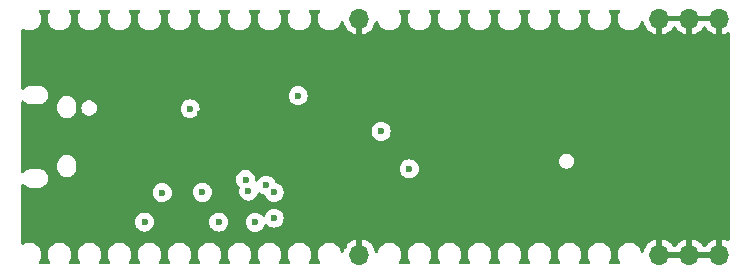
<source format=gbr>
%TF.GenerationSoftware,KiCad,Pcbnew,8.0.5*%
%TF.CreationDate,2024-12-22T00:31:45-07:00*%
%TF.ProjectId,2024_11_STM32F303_DaisyShape_v1_3,32303234-5f31-4315-9f53-544d33324633,rev?*%
%TF.SameCoordinates,Original*%
%TF.FileFunction,Copper,L3,Inr*%
%TF.FilePolarity,Positive*%
%FSLAX46Y46*%
G04 Gerber Fmt 4.6, Leading zero omitted, Abs format (unit mm)*
G04 Created by KiCad (PCBNEW 8.0.5) date 2024-12-22 00:31:45*
%MOMM*%
%LPD*%
G01*
G04 APERTURE LIST*
%TA.AperFunction,ComponentPad*%
%ADD10O,1.700000X1.700000*%
%TD*%
%TA.AperFunction,ViaPad*%
%ADD11C,0.600000*%
%TD*%
G04 APERTURE END LIST*
D10*
%TO.N,GND*%
%TO.C,J4*%
X134615000Y-63495000D03*
X160015000Y-63495000D03*
X162555000Y-63495000D03*
X165095000Y-63495000D03*
%TD*%
%TO.N,GND*%
%TO.C,J5*%
X134615000Y-43495000D03*
X160015000Y-43495000D03*
X162555000Y-43495000D03*
X165095000Y-43495000D03*
%TD*%
D11*
%TO.N,GND*%
X108640000Y-56225000D03*
X153625000Y-62550000D03*
X136390000Y-58665000D03*
X161310000Y-51815000D03*
X146230000Y-60745000D03*
X108000000Y-47000000D03*
X123190000Y-62645000D03*
X118100000Y-62600000D03*
X113025000Y-62225000D03*
X130790000Y-62645000D03*
X132380000Y-54305000D03*
X146230000Y-47075000D03*
X121150000Y-51535000D03*
X143525000Y-44925000D03*
X114190000Y-55625000D03*
X156200000Y-44900000D03*
X161300000Y-44900000D03*
X110375000Y-60700000D03*
X158790000Y-58435000D03*
X108825000Y-58925000D03*
X143520000Y-47035000D03*
X117610000Y-48555000D03*
X130790000Y-50305000D03*
X139950000Y-53145000D03*
X141050000Y-44925000D03*
X108000000Y-45225000D03*
X145350000Y-54265000D03*
X148650000Y-44925000D03*
X163880000Y-60375000D03*
X120190000Y-53905000D03*
X163825000Y-44825000D03*
X138475000Y-48850000D03*
X163820000Y-58485000D03*
X156170000Y-58465000D03*
X130800000Y-44950000D03*
X111300000Y-58925000D03*
X110525000Y-45200000D03*
X134340000Y-50937500D03*
X161325000Y-47275000D03*
X158750000Y-62550000D03*
X115550000Y-62250000D03*
X119640000Y-59185000D03*
X133200000Y-61315000D03*
X149280000Y-52715000D03*
X148625000Y-47125000D03*
X108000000Y-61975000D03*
X136070000Y-55835000D03*
X156220000Y-51865000D03*
X151150000Y-47175000D03*
X142730000Y-57445000D03*
X138420000Y-62715000D03*
X153750000Y-47175000D03*
X148530000Y-59015000D03*
X153730000Y-51835000D03*
X136100000Y-54565000D03*
X148550000Y-60685000D03*
X153600000Y-60625000D03*
X161240000Y-60385000D03*
X125730000Y-62665000D03*
X156225000Y-62525000D03*
X106525000Y-58325000D03*
X150360000Y-58935000D03*
X126460000Y-48945000D03*
X107825000Y-60250000D03*
X149280000Y-54395000D03*
X149230000Y-56655000D03*
X148600000Y-62645000D03*
X135925000Y-44950000D03*
X158725000Y-49775000D03*
X116680000Y-56245000D03*
X125130000Y-48265000D03*
X148590000Y-55385000D03*
X108625000Y-50825000D03*
X115550000Y-45150000D03*
X143390000Y-59065000D03*
X158690000Y-60495000D03*
X132330000Y-51005000D03*
X126280000Y-51165000D03*
X150400000Y-60665000D03*
X153600000Y-58485000D03*
X156225000Y-47225000D03*
X146550000Y-52955000D03*
X151120000Y-62665000D03*
X141120000Y-48755000D03*
X164000000Y-49675000D03*
X113050000Y-60650000D03*
X132350000Y-52395000D03*
X140920000Y-62645000D03*
X111325000Y-55450000D03*
X118100000Y-45125000D03*
X128225000Y-44975000D03*
X156200000Y-49825000D03*
X153675000Y-44900000D03*
X146100000Y-44900000D03*
X131080000Y-55655000D03*
X165300000Y-53175000D03*
X128280000Y-62725000D03*
X120650000Y-62675000D03*
X143490000Y-62665000D03*
X161190000Y-58485000D03*
X146020000Y-62615000D03*
X131050000Y-54325000D03*
X138525000Y-44925000D03*
X140860000Y-59065000D03*
X151090000Y-52605000D03*
X161150000Y-56075000D03*
X115950000Y-49885000D03*
X133350000Y-44950000D03*
X113025000Y-45125000D03*
X123480000Y-45715000D03*
X108830000Y-54815000D03*
X122390000Y-45865000D03*
X151125000Y-44900000D03*
X158775000Y-47225000D03*
X159080000Y-53405000D03*
X133340000Y-62715000D03*
X156150000Y-60535000D03*
X134770000Y-54585000D03*
X146230000Y-59085000D03*
X163875000Y-47300000D03*
X132410000Y-55605000D03*
X161275000Y-49750000D03*
X163850000Y-62525000D03*
X134830000Y-55815000D03*
X110400000Y-62325000D03*
X158770000Y-51855000D03*
X113620000Y-49885000D03*
X129500000Y-59000000D03*
X158775000Y-44875000D03*
X149660000Y-50305000D03*
X130990000Y-52395000D03*
X161300000Y-62525000D03*
%TO.N,/RESET*%
X122700000Y-60725000D03*
%TO.N,+3.3V*%
X136450000Y-53050000D03*
X116425000Y-60725000D03*
X138850000Y-56225000D03*
X129425000Y-50025000D03*
%TO.N,/FTDI_RX*%
X117925000Y-58225000D03*
X124975000Y-57125000D03*
%TO.N,/PA11*%
X126725000Y-57600000D03*
X125800000Y-60750000D03*
%TO.N,+5V*%
X120290000Y-51135000D03*
%TO.N,/FTDI_TX*%
X125225000Y-58100000D03*
X121325000Y-58200000D03*
%TO.N,/PA12*%
X127400000Y-58200000D03*
X127400000Y-60400000D03*
%TD*%
%TA.AperFunction,Conductor*%
%TO.N,GND*%
G36*
X108357582Y-42750185D02*
G01*
X108403337Y-42802989D01*
X108413281Y-42872147D01*
X108393645Y-42923391D01*
X108328371Y-43021079D01*
X108328364Y-43021092D01*
X108252950Y-43203160D01*
X108252947Y-43203170D01*
X108214500Y-43396456D01*
X108214500Y-43396459D01*
X108214500Y-43593541D01*
X108214500Y-43593543D01*
X108214499Y-43593543D01*
X108252947Y-43786829D01*
X108252950Y-43786839D01*
X108328364Y-43968907D01*
X108328371Y-43968920D01*
X108437860Y-44132781D01*
X108437863Y-44132785D01*
X108577214Y-44272136D01*
X108577218Y-44272139D01*
X108741079Y-44381628D01*
X108741092Y-44381635D01*
X108923160Y-44457049D01*
X108923165Y-44457051D01*
X108923169Y-44457051D01*
X108923170Y-44457052D01*
X109116456Y-44495500D01*
X109116459Y-44495500D01*
X109313543Y-44495500D01*
X109443582Y-44469632D01*
X109506835Y-44457051D01*
X109688914Y-44381632D01*
X109852782Y-44272139D01*
X109992139Y-44132782D01*
X110101632Y-43968914D01*
X110177051Y-43786835D01*
X110215500Y-43593541D01*
X110215500Y-43396459D01*
X110215500Y-43396456D01*
X110177052Y-43203170D01*
X110177051Y-43203169D01*
X110177051Y-43203165D01*
X110132207Y-43094901D01*
X110101635Y-43021092D01*
X110101628Y-43021079D01*
X110036355Y-42923391D01*
X110015477Y-42856713D01*
X110033962Y-42789333D01*
X110085941Y-42742643D01*
X110139457Y-42730500D01*
X110830543Y-42730500D01*
X110897582Y-42750185D01*
X110943337Y-42802989D01*
X110953281Y-42872147D01*
X110933645Y-42923391D01*
X110868371Y-43021079D01*
X110868364Y-43021092D01*
X110792950Y-43203160D01*
X110792947Y-43203170D01*
X110754500Y-43396456D01*
X110754500Y-43396459D01*
X110754500Y-43593541D01*
X110754500Y-43593543D01*
X110754499Y-43593543D01*
X110792947Y-43786829D01*
X110792950Y-43786839D01*
X110868364Y-43968907D01*
X110868371Y-43968920D01*
X110977860Y-44132781D01*
X110977863Y-44132785D01*
X111117214Y-44272136D01*
X111117218Y-44272139D01*
X111281079Y-44381628D01*
X111281092Y-44381635D01*
X111463160Y-44457049D01*
X111463165Y-44457051D01*
X111463169Y-44457051D01*
X111463170Y-44457052D01*
X111656456Y-44495500D01*
X111656459Y-44495500D01*
X111853543Y-44495500D01*
X111983582Y-44469632D01*
X112046835Y-44457051D01*
X112228914Y-44381632D01*
X112392782Y-44272139D01*
X112532139Y-44132782D01*
X112641632Y-43968914D01*
X112717051Y-43786835D01*
X112755500Y-43593541D01*
X112755500Y-43396459D01*
X112755500Y-43396456D01*
X112717052Y-43203170D01*
X112717051Y-43203169D01*
X112717051Y-43203165D01*
X112672207Y-43094901D01*
X112641635Y-43021092D01*
X112641628Y-43021079D01*
X112576355Y-42923391D01*
X112555477Y-42856713D01*
X112573962Y-42789333D01*
X112625941Y-42742643D01*
X112679457Y-42730500D01*
X113370543Y-42730500D01*
X113437582Y-42750185D01*
X113483337Y-42802989D01*
X113493281Y-42872147D01*
X113473645Y-42923391D01*
X113408371Y-43021079D01*
X113408364Y-43021092D01*
X113332950Y-43203160D01*
X113332947Y-43203170D01*
X113294500Y-43396456D01*
X113294500Y-43396459D01*
X113294500Y-43593541D01*
X113294500Y-43593543D01*
X113294499Y-43593543D01*
X113332947Y-43786829D01*
X113332950Y-43786839D01*
X113408364Y-43968907D01*
X113408371Y-43968920D01*
X113517860Y-44132781D01*
X113517863Y-44132785D01*
X113657214Y-44272136D01*
X113657218Y-44272139D01*
X113821079Y-44381628D01*
X113821092Y-44381635D01*
X114003160Y-44457049D01*
X114003165Y-44457051D01*
X114003169Y-44457051D01*
X114003170Y-44457052D01*
X114196456Y-44495500D01*
X114196459Y-44495500D01*
X114393543Y-44495500D01*
X114523582Y-44469632D01*
X114586835Y-44457051D01*
X114768914Y-44381632D01*
X114932782Y-44272139D01*
X115072139Y-44132782D01*
X115181632Y-43968914D01*
X115257051Y-43786835D01*
X115295500Y-43593541D01*
X115295500Y-43396459D01*
X115295500Y-43396456D01*
X115257052Y-43203170D01*
X115257051Y-43203169D01*
X115257051Y-43203165D01*
X115212207Y-43094901D01*
X115181635Y-43021092D01*
X115181628Y-43021079D01*
X115116355Y-42923391D01*
X115095477Y-42856713D01*
X115113962Y-42789333D01*
X115165941Y-42742643D01*
X115219457Y-42730500D01*
X115910543Y-42730500D01*
X115977582Y-42750185D01*
X116023337Y-42802989D01*
X116033281Y-42872147D01*
X116013645Y-42923391D01*
X115948371Y-43021079D01*
X115948364Y-43021092D01*
X115872950Y-43203160D01*
X115872947Y-43203170D01*
X115834500Y-43396456D01*
X115834500Y-43396459D01*
X115834500Y-43593541D01*
X115834500Y-43593543D01*
X115834499Y-43593543D01*
X115872947Y-43786829D01*
X115872950Y-43786839D01*
X115948364Y-43968907D01*
X115948371Y-43968920D01*
X116057860Y-44132781D01*
X116057863Y-44132785D01*
X116197214Y-44272136D01*
X116197218Y-44272139D01*
X116361079Y-44381628D01*
X116361092Y-44381635D01*
X116543160Y-44457049D01*
X116543165Y-44457051D01*
X116543169Y-44457051D01*
X116543170Y-44457052D01*
X116736456Y-44495500D01*
X116736459Y-44495500D01*
X116933543Y-44495500D01*
X117063582Y-44469632D01*
X117126835Y-44457051D01*
X117308914Y-44381632D01*
X117472782Y-44272139D01*
X117612139Y-44132782D01*
X117721632Y-43968914D01*
X117797051Y-43786835D01*
X117835500Y-43593541D01*
X117835500Y-43396459D01*
X117835500Y-43396456D01*
X117797052Y-43203170D01*
X117797051Y-43203169D01*
X117797051Y-43203165D01*
X117752207Y-43094901D01*
X117721635Y-43021092D01*
X117721628Y-43021079D01*
X117656355Y-42923391D01*
X117635477Y-42856713D01*
X117653962Y-42789333D01*
X117705941Y-42742643D01*
X117759457Y-42730500D01*
X118450543Y-42730500D01*
X118517582Y-42750185D01*
X118563337Y-42802989D01*
X118573281Y-42872147D01*
X118553645Y-42923391D01*
X118488371Y-43021079D01*
X118488364Y-43021092D01*
X118412950Y-43203160D01*
X118412947Y-43203170D01*
X118374500Y-43396456D01*
X118374500Y-43396459D01*
X118374500Y-43593541D01*
X118374500Y-43593543D01*
X118374499Y-43593543D01*
X118412947Y-43786829D01*
X118412950Y-43786839D01*
X118488364Y-43968907D01*
X118488371Y-43968920D01*
X118597860Y-44132781D01*
X118597863Y-44132785D01*
X118737214Y-44272136D01*
X118737218Y-44272139D01*
X118901079Y-44381628D01*
X118901092Y-44381635D01*
X119083160Y-44457049D01*
X119083165Y-44457051D01*
X119083169Y-44457051D01*
X119083170Y-44457052D01*
X119276456Y-44495500D01*
X119276459Y-44495500D01*
X119473543Y-44495500D01*
X119603582Y-44469632D01*
X119666835Y-44457051D01*
X119848914Y-44381632D01*
X120012782Y-44272139D01*
X120152139Y-44132782D01*
X120261632Y-43968914D01*
X120337051Y-43786835D01*
X120375500Y-43593541D01*
X120375500Y-43396459D01*
X120375500Y-43396456D01*
X120337052Y-43203170D01*
X120337051Y-43203169D01*
X120337051Y-43203165D01*
X120292207Y-43094901D01*
X120261635Y-43021092D01*
X120261628Y-43021079D01*
X120196355Y-42923391D01*
X120175477Y-42856713D01*
X120193962Y-42789333D01*
X120245941Y-42742643D01*
X120299457Y-42730500D01*
X120990543Y-42730500D01*
X121057582Y-42750185D01*
X121103337Y-42802989D01*
X121113281Y-42872147D01*
X121093645Y-42923391D01*
X121028371Y-43021079D01*
X121028364Y-43021092D01*
X120952950Y-43203160D01*
X120952947Y-43203170D01*
X120914500Y-43396456D01*
X120914500Y-43396459D01*
X120914500Y-43593541D01*
X120914500Y-43593543D01*
X120914499Y-43593543D01*
X120952947Y-43786829D01*
X120952950Y-43786839D01*
X121028364Y-43968907D01*
X121028371Y-43968920D01*
X121137860Y-44132781D01*
X121137863Y-44132785D01*
X121277214Y-44272136D01*
X121277218Y-44272139D01*
X121441079Y-44381628D01*
X121441092Y-44381635D01*
X121623160Y-44457049D01*
X121623165Y-44457051D01*
X121623169Y-44457051D01*
X121623170Y-44457052D01*
X121816456Y-44495500D01*
X121816459Y-44495500D01*
X122013543Y-44495500D01*
X122143582Y-44469632D01*
X122206835Y-44457051D01*
X122388914Y-44381632D01*
X122552782Y-44272139D01*
X122692139Y-44132782D01*
X122801632Y-43968914D01*
X122877051Y-43786835D01*
X122915500Y-43593541D01*
X122915500Y-43396459D01*
X122915500Y-43396456D01*
X122877052Y-43203170D01*
X122877051Y-43203169D01*
X122877051Y-43203165D01*
X122832207Y-43094901D01*
X122801635Y-43021092D01*
X122801628Y-43021079D01*
X122736355Y-42923391D01*
X122715477Y-42856713D01*
X122733962Y-42789333D01*
X122785941Y-42742643D01*
X122839457Y-42730500D01*
X123530543Y-42730500D01*
X123597582Y-42750185D01*
X123643337Y-42802989D01*
X123653281Y-42872147D01*
X123633645Y-42923391D01*
X123568371Y-43021079D01*
X123568364Y-43021092D01*
X123492950Y-43203160D01*
X123492947Y-43203170D01*
X123454500Y-43396456D01*
X123454500Y-43396459D01*
X123454500Y-43593541D01*
X123454500Y-43593543D01*
X123454499Y-43593543D01*
X123492947Y-43786829D01*
X123492950Y-43786839D01*
X123568364Y-43968907D01*
X123568371Y-43968920D01*
X123677860Y-44132781D01*
X123677863Y-44132785D01*
X123817214Y-44272136D01*
X123817218Y-44272139D01*
X123981079Y-44381628D01*
X123981092Y-44381635D01*
X124163160Y-44457049D01*
X124163165Y-44457051D01*
X124163169Y-44457051D01*
X124163170Y-44457052D01*
X124356456Y-44495500D01*
X124356459Y-44495500D01*
X124553543Y-44495500D01*
X124683582Y-44469632D01*
X124746835Y-44457051D01*
X124928914Y-44381632D01*
X125092782Y-44272139D01*
X125232139Y-44132782D01*
X125341632Y-43968914D01*
X125417051Y-43786835D01*
X125455500Y-43593541D01*
X125455500Y-43396459D01*
X125455500Y-43396456D01*
X125417052Y-43203170D01*
X125417051Y-43203169D01*
X125417051Y-43203165D01*
X125372207Y-43094901D01*
X125341635Y-43021092D01*
X125341628Y-43021079D01*
X125276355Y-42923391D01*
X125255477Y-42856713D01*
X125273962Y-42789333D01*
X125325941Y-42742643D01*
X125379457Y-42730500D01*
X126070543Y-42730500D01*
X126137582Y-42750185D01*
X126183337Y-42802989D01*
X126193281Y-42872147D01*
X126173645Y-42923391D01*
X126108371Y-43021079D01*
X126108364Y-43021092D01*
X126032950Y-43203160D01*
X126032947Y-43203170D01*
X125994500Y-43396456D01*
X125994500Y-43396459D01*
X125994500Y-43593541D01*
X125994500Y-43593543D01*
X125994499Y-43593543D01*
X126032947Y-43786829D01*
X126032950Y-43786839D01*
X126108364Y-43968907D01*
X126108371Y-43968920D01*
X126217860Y-44132781D01*
X126217863Y-44132785D01*
X126357214Y-44272136D01*
X126357218Y-44272139D01*
X126521079Y-44381628D01*
X126521092Y-44381635D01*
X126703160Y-44457049D01*
X126703165Y-44457051D01*
X126703169Y-44457051D01*
X126703170Y-44457052D01*
X126896456Y-44495500D01*
X126896459Y-44495500D01*
X127093543Y-44495500D01*
X127223582Y-44469632D01*
X127286835Y-44457051D01*
X127468914Y-44381632D01*
X127632782Y-44272139D01*
X127772139Y-44132782D01*
X127881632Y-43968914D01*
X127957051Y-43786835D01*
X127995500Y-43593541D01*
X127995500Y-43396459D01*
X127995500Y-43396456D01*
X127957052Y-43203170D01*
X127957051Y-43203169D01*
X127957051Y-43203165D01*
X127912207Y-43094901D01*
X127881635Y-43021092D01*
X127881628Y-43021079D01*
X127816355Y-42923391D01*
X127795477Y-42856713D01*
X127813962Y-42789333D01*
X127865941Y-42742643D01*
X127919457Y-42730500D01*
X128610543Y-42730500D01*
X128677582Y-42750185D01*
X128723337Y-42802989D01*
X128733281Y-42872147D01*
X128713645Y-42923391D01*
X128648371Y-43021079D01*
X128648364Y-43021092D01*
X128572950Y-43203160D01*
X128572947Y-43203170D01*
X128534500Y-43396456D01*
X128534500Y-43396459D01*
X128534500Y-43593541D01*
X128534500Y-43593543D01*
X128534499Y-43593543D01*
X128572947Y-43786829D01*
X128572950Y-43786839D01*
X128648364Y-43968907D01*
X128648371Y-43968920D01*
X128757860Y-44132781D01*
X128757863Y-44132785D01*
X128897214Y-44272136D01*
X128897218Y-44272139D01*
X129061079Y-44381628D01*
X129061092Y-44381635D01*
X129243160Y-44457049D01*
X129243165Y-44457051D01*
X129243169Y-44457051D01*
X129243170Y-44457052D01*
X129436456Y-44495500D01*
X129436459Y-44495500D01*
X129633543Y-44495500D01*
X129763582Y-44469632D01*
X129826835Y-44457051D01*
X130008914Y-44381632D01*
X130172782Y-44272139D01*
X130312139Y-44132782D01*
X130421632Y-43968914D01*
X130497051Y-43786835D01*
X130535500Y-43593541D01*
X130535500Y-43396459D01*
X130535500Y-43396456D01*
X130497052Y-43203170D01*
X130497051Y-43203169D01*
X130497051Y-43203165D01*
X130452207Y-43094901D01*
X130421635Y-43021092D01*
X130421628Y-43021079D01*
X130356355Y-42923391D01*
X130335477Y-42856713D01*
X130353962Y-42789333D01*
X130405941Y-42742643D01*
X130459457Y-42730500D01*
X131150543Y-42730500D01*
X131217582Y-42750185D01*
X131263337Y-42802989D01*
X131273281Y-42872147D01*
X131253645Y-42923391D01*
X131188371Y-43021079D01*
X131188364Y-43021092D01*
X131112950Y-43203160D01*
X131112947Y-43203170D01*
X131074500Y-43396456D01*
X131074500Y-43396459D01*
X131074500Y-43593541D01*
X131074500Y-43593543D01*
X131074499Y-43593543D01*
X131112947Y-43786829D01*
X131112950Y-43786839D01*
X131188364Y-43968907D01*
X131188371Y-43968920D01*
X131297860Y-44132781D01*
X131297863Y-44132785D01*
X131437214Y-44272136D01*
X131437218Y-44272139D01*
X131601079Y-44381628D01*
X131601092Y-44381635D01*
X131783160Y-44457049D01*
X131783165Y-44457051D01*
X131783169Y-44457051D01*
X131783170Y-44457052D01*
X131976456Y-44495500D01*
X131976459Y-44495500D01*
X132173543Y-44495500D01*
X132303582Y-44469632D01*
X132366835Y-44457051D01*
X132548914Y-44381632D01*
X132712782Y-44272139D01*
X132852139Y-44132782D01*
X132961632Y-43968914D01*
X133037051Y-43786835D01*
X133043448Y-43754677D01*
X133075832Y-43692766D01*
X133136548Y-43658192D01*
X133206318Y-43661931D01*
X133262990Y-43702797D01*
X133284840Y-43746775D01*
X133341566Y-43958483D01*
X133341570Y-43958492D01*
X133441399Y-44172578D01*
X133576894Y-44366082D01*
X133743917Y-44533105D01*
X133937421Y-44668600D01*
X134151507Y-44768429D01*
X134151516Y-44768433D01*
X134365000Y-44825634D01*
X134365000Y-43928012D01*
X134422007Y-43960925D01*
X134549174Y-43995000D01*
X134680826Y-43995000D01*
X134807993Y-43960925D01*
X134865000Y-43928012D01*
X134865000Y-44825633D01*
X135078483Y-44768433D01*
X135078492Y-44768429D01*
X135292578Y-44668600D01*
X135486082Y-44533105D01*
X135653105Y-44366082D01*
X135788600Y-44172578D01*
X135888429Y-43958492D01*
X135888433Y-43958483D01*
X135945159Y-43746775D01*
X135981524Y-43687115D01*
X136044370Y-43656585D01*
X136113746Y-43664879D01*
X136167624Y-43709364D01*
X136186551Y-43754674D01*
X136192948Y-43786832D01*
X136192950Y-43786839D01*
X136268364Y-43968907D01*
X136268371Y-43968920D01*
X136377860Y-44132781D01*
X136377863Y-44132785D01*
X136517214Y-44272136D01*
X136517218Y-44272139D01*
X136681079Y-44381628D01*
X136681092Y-44381635D01*
X136863160Y-44457049D01*
X136863165Y-44457051D01*
X136863169Y-44457051D01*
X136863170Y-44457052D01*
X137056456Y-44495500D01*
X137056459Y-44495500D01*
X137253543Y-44495500D01*
X137383582Y-44469632D01*
X137446835Y-44457051D01*
X137628914Y-44381632D01*
X137792782Y-44272139D01*
X137932139Y-44132782D01*
X138041632Y-43968914D01*
X138117051Y-43786835D01*
X138155500Y-43593541D01*
X138155500Y-43396459D01*
X138155500Y-43396456D01*
X138117052Y-43203170D01*
X138117051Y-43203169D01*
X138117051Y-43203165D01*
X138072207Y-43094901D01*
X138041635Y-43021092D01*
X138041628Y-43021079D01*
X137976355Y-42923391D01*
X137955477Y-42856713D01*
X137973962Y-42789333D01*
X138025941Y-42742643D01*
X138079457Y-42730500D01*
X138770543Y-42730500D01*
X138837582Y-42750185D01*
X138883337Y-42802989D01*
X138893281Y-42872147D01*
X138873645Y-42923391D01*
X138808371Y-43021079D01*
X138808364Y-43021092D01*
X138732950Y-43203160D01*
X138732947Y-43203170D01*
X138694500Y-43396456D01*
X138694500Y-43396459D01*
X138694500Y-43593541D01*
X138694500Y-43593543D01*
X138694499Y-43593543D01*
X138732947Y-43786829D01*
X138732950Y-43786839D01*
X138808364Y-43968907D01*
X138808371Y-43968920D01*
X138917860Y-44132781D01*
X138917863Y-44132785D01*
X139057214Y-44272136D01*
X139057218Y-44272139D01*
X139221079Y-44381628D01*
X139221092Y-44381635D01*
X139403160Y-44457049D01*
X139403165Y-44457051D01*
X139403169Y-44457051D01*
X139403170Y-44457052D01*
X139596456Y-44495500D01*
X139596459Y-44495500D01*
X139793543Y-44495500D01*
X139923582Y-44469632D01*
X139986835Y-44457051D01*
X140168914Y-44381632D01*
X140332782Y-44272139D01*
X140472139Y-44132782D01*
X140581632Y-43968914D01*
X140657051Y-43786835D01*
X140695500Y-43593541D01*
X140695500Y-43396459D01*
X140695500Y-43396456D01*
X140657052Y-43203170D01*
X140657051Y-43203169D01*
X140657051Y-43203165D01*
X140612207Y-43094901D01*
X140581635Y-43021092D01*
X140581628Y-43021079D01*
X140516355Y-42923391D01*
X140495477Y-42856713D01*
X140513962Y-42789333D01*
X140565941Y-42742643D01*
X140619457Y-42730500D01*
X141310543Y-42730500D01*
X141377582Y-42750185D01*
X141423337Y-42802989D01*
X141433281Y-42872147D01*
X141413645Y-42923391D01*
X141348371Y-43021079D01*
X141348364Y-43021092D01*
X141272950Y-43203160D01*
X141272947Y-43203170D01*
X141234500Y-43396456D01*
X141234500Y-43396459D01*
X141234500Y-43593541D01*
X141234500Y-43593543D01*
X141234499Y-43593543D01*
X141272947Y-43786829D01*
X141272950Y-43786839D01*
X141348364Y-43968907D01*
X141348371Y-43968920D01*
X141457860Y-44132781D01*
X141457863Y-44132785D01*
X141597214Y-44272136D01*
X141597218Y-44272139D01*
X141761079Y-44381628D01*
X141761092Y-44381635D01*
X141943160Y-44457049D01*
X141943165Y-44457051D01*
X141943169Y-44457051D01*
X141943170Y-44457052D01*
X142136456Y-44495500D01*
X142136459Y-44495500D01*
X142333543Y-44495500D01*
X142463582Y-44469632D01*
X142526835Y-44457051D01*
X142708914Y-44381632D01*
X142872782Y-44272139D01*
X143012139Y-44132782D01*
X143121632Y-43968914D01*
X143197051Y-43786835D01*
X143235500Y-43593541D01*
X143235500Y-43396459D01*
X143235500Y-43396456D01*
X143197052Y-43203170D01*
X143197051Y-43203169D01*
X143197051Y-43203165D01*
X143152207Y-43094901D01*
X143121635Y-43021092D01*
X143121628Y-43021079D01*
X143056355Y-42923391D01*
X143035477Y-42856713D01*
X143053962Y-42789333D01*
X143105941Y-42742643D01*
X143159457Y-42730500D01*
X143850543Y-42730500D01*
X143917582Y-42750185D01*
X143963337Y-42802989D01*
X143973281Y-42872147D01*
X143953645Y-42923391D01*
X143888371Y-43021079D01*
X143888364Y-43021092D01*
X143812950Y-43203160D01*
X143812947Y-43203170D01*
X143774500Y-43396456D01*
X143774500Y-43396459D01*
X143774500Y-43593541D01*
X143774500Y-43593543D01*
X143774499Y-43593543D01*
X143812947Y-43786829D01*
X143812950Y-43786839D01*
X143888364Y-43968907D01*
X143888371Y-43968920D01*
X143997860Y-44132781D01*
X143997863Y-44132785D01*
X144137214Y-44272136D01*
X144137218Y-44272139D01*
X144301079Y-44381628D01*
X144301092Y-44381635D01*
X144483160Y-44457049D01*
X144483165Y-44457051D01*
X144483169Y-44457051D01*
X144483170Y-44457052D01*
X144676456Y-44495500D01*
X144676459Y-44495500D01*
X144873543Y-44495500D01*
X145003582Y-44469632D01*
X145066835Y-44457051D01*
X145248914Y-44381632D01*
X145412782Y-44272139D01*
X145552139Y-44132782D01*
X145661632Y-43968914D01*
X145737051Y-43786835D01*
X145775500Y-43593541D01*
X145775500Y-43396459D01*
X145775500Y-43396456D01*
X145737052Y-43203170D01*
X145737051Y-43203169D01*
X145737051Y-43203165D01*
X145692207Y-43094901D01*
X145661635Y-43021092D01*
X145661628Y-43021079D01*
X145596355Y-42923391D01*
X145575477Y-42856713D01*
X145593962Y-42789333D01*
X145645941Y-42742643D01*
X145699457Y-42730500D01*
X146390543Y-42730500D01*
X146457582Y-42750185D01*
X146503337Y-42802989D01*
X146513281Y-42872147D01*
X146493645Y-42923391D01*
X146428371Y-43021079D01*
X146428364Y-43021092D01*
X146352950Y-43203160D01*
X146352947Y-43203170D01*
X146314500Y-43396456D01*
X146314500Y-43396459D01*
X146314500Y-43593541D01*
X146314500Y-43593543D01*
X146314499Y-43593543D01*
X146352947Y-43786829D01*
X146352950Y-43786839D01*
X146428364Y-43968907D01*
X146428371Y-43968920D01*
X146537860Y-44132781D01*
X146537863Y-44132785D01*
X146677214Y-44272136D01*
X146677218Y-44272139D01*
X146841079Y-44381628D01*
X146841092Y-44381635D01*
X147023160Y-44457049D01*
X147023165Y-44457051D01*
X147023169Y-44457051D01*
X147023170Y-44457052D01*
X147216456Y-44495500D01*
X147216459Y-44495500D01*
X147413543Y-44495500D01*
X147543582Y-44469632D01*
X147606835Y-44457051D01*
X147788914Y-44381632D01*
X147952782Y-44272139D01*
X148092139Y-44132782D01*
X148201632Y-43968914D01*
X148277051Y-43786835D01*
X148315500Y-43593541D01*
X148315500Y-43396459D01*
X148315500Y-43396456D01*
X148277052Y-43203170D01*
X148277051Y-43203169D01*
X148277051Y-43203165D01*
X148232207Y-43094901D01*
X148201635Y-43021092D01*
X148201628Y-43021079D01*
X148136355Y-42923391D01*
X148115477Y-42856713D01*
X148133962Y-42789333D01*
X148185941Y-42742643D01*
X148239457Y-42730500D01*
X148930543Y-42730500D01*
X148997582Y-42750185D01*
X149043337Y-42802989D01*
X149053281Y-42872147D01*
X149033645Y-42923391D01*
X148968371Y-43021079D01*
X148968364Y-43021092D01*
X148892950Y-43203160D01*
X148892947Y-43203170D01*
X148854500Y-43396456D01*
X148854500Y-43396459D01*
X148854500Y-43593541D01*
X148854500Y-43593543D01*
X148854499Y-43593543D01*
X148892947Y-43786829D01*
X148892950Y-43786839D01*
X148968364Y-43968907D01*
X148968371Y-43968920D01*
X149077860Y-44132781D01*
X149077863Y-44132785D01*
X149217214Y-44272136D01*
X149217218Y-44272139D01*
X149381079Y-44381628D01*
X149381092Y-44381635D01*
X149563160Y-44457049D01*
X149563165Y-44457051D01*
X149563169Y-44457051D01*
X149563170Y-44457052D01*
X149756456Y-44495500D01*
X149756459Y-44495500D01*
X149953543Y-44495500D01*
X150083582Y-44469632D01*
X150146835Y-44457051D01*
X150328914Y-44381632D01*
X150492782Y-44272139D01*
X150632139Y-44132782D01*
X150741632Y-43968914D01*
X150817051Y-43786835D01*
X150855500Y-43593541D01*
X150855500Y-43396459D01*
X150855500Y-43396456D01*
X150817052Y-43203170D01*
X150817051Y-43203169D01*
X150817051Y-43203165D01*
X150772207Y-43094901D01*
X150741635Y-43021092D01*
X150741628Y-43021079D01*
X150676355Y-42923391D01*
X150655477Y-42856713D01*
X150673962Y-42789333D01*
X150725941Y-42742643D01*
X150779457Y-42730500D01*
X151470543Y-42730500D01*
X151537582Y-42750185D01*
X151583337Y-42802989D01*
X151593281Y-42872147D01*
X151573645Y-42923391D01*
X151508371Y-43021079D01*
X151508364Y-43021092D01*
X151432950Y-43203160D01*
X151432947Y-43203170D01*
X151394500Y-43396456D01*
X151394500Y-43396459D01*
X151394500Y-43593541D01*
X151394500Y-43593543D01*
X151394499Y-43593543D01*
X151432947Y-43786829D01*
X151432950Y-43786839D01*
X151508364Y-43968907D01*
X151508371Y-43968920D01*
X151617860Y-44132781D01*
X151617863Y-44132785D01*
X151757214Y-44272136D01*
X151757218Y-44272139D01*
X151921079Y-44381628D01*
X151921092Y-44381635D01*
X152103160Y-44457049D01*
X152103165Y-44457051D01*
X152103169Y-44457051D01*
X152103170Y-44457052D01*
X152296456Y-44495500D01*
X152296459Y-44495500D01*
X152493543Y-44495500D01*
X152623582Y-44469632D01*
X152686835Y-44457051D01*
X152868914Y-44381632D01*
X153032782Y-44272139D01*
X153172139Y-44132782D01*
X153281632Y-43968914D01*
X153357051Y-43786835D01*
X153395500Y-43593541D01*
X153395500Y-43396459D01*
X153395500Y-43396456D01*
X153357052Y-43203170D01*
X153357051Y-43203169D01*
X153357051Y-43203165D01*
X153312207Y-43094901D01*
X153281635Y-43021092D01*
X153281628Y-43021079D01*
X153216355Y-42923391D01*
X153195477Y-42856713D01*
X153213962Y-42789333D01*
X153265941Y-42742643D01*
X153319457Y-42730500D01*
X154010543Y-42730500D01*
X154077582Y-42750185D01*
X154123337Y-42802989D01*
X154133281Y-42872147D01*
X154113645Y-42923391D01*
X154048371Y-43021079D01*
X154048364Y-43021092D01*
X153972950Y-43203160D01*
X153972947Y-43203170D01*
X153934500Y-43396456D01*
X153934500Y-43396459D01*
X153934500Y-43593541D01*
X153934500Y-43593543D01*
X153934499Y-43593543D01*
X153972947Y-43786829D01*
X153972950Y-43786839D01*
X154048364Y-43968907D01*
X154048371Y-43968920D01*
X154157860Y-44132781D01*
X154157863Y-44132785D01*
X154297214Y-44272136D01*
X154297218Y-44272139D01*
X154461079Y-44381628D01*
X154461092Y-44381635D01*
X154643160Y-44457049D01*
X154643165Y-44457051D01*
X154643169Y-44457051D01*
X154643170Y-44457052D01*
X154836456Y-44495500D01*
X154836459Y-44495500D01*
X155033543Y-44495500D01*
X155163582Y-44469632D01*
X155226835Y-44457051D01*
X155408914Y-44381632D01*
X155572782Y-44272139D01*
X155712139Y-44132782D01*
X155821632Y-43968914D01*
X155897051Y-43786835D01*
X155935500Y-43593541D01*
X155935500Y-43396459D01*
X155935500Y-43396456D01*
X155897052Y-43203170D01*
X155897051Y-43203169D01*
X155897051Y-43203165D01*
X155852207Y-43094901D01*
X155821635Y-43021092D01*
X155821628Y-43021079D01*
X155756355Y-42923391D01*
X155735477Y-42856713D01*
X155753962Y-42789333D01*
X155805941Y-42742643D01*
X155859457Y-42730500D01*
X156550543Y-42730500D01*
X156617582Y-42750185D01*
X156663337Y-42802989D01*
X156673281Y-42872147D01*
X156653645Y-42923391D01*
X156588371Y-43021079D01*
X156588364Y-43021092D01*
X156512950Y-43203160D01*
X156512947Y-43203170D01*
X156474500Y-43396456D01*
X156474500Y-43396459D01*
X156474500Y-43593541D01*
X156474500Y-43593543D01*
X156474499Y-43593543D01*
X156512947Y-43786829D01*
X156512950Y-43786839D01*
X156588364Y-43968907D01*
X156588371Y-43968920D01*
X156697860Y-44132781D01*
X156697863Y-44132785D01*
X156837214Y-44272136D01*
X156837218Y-44272139D01*
X157001079Y-44381628D01*
X157001092Y-44381635D01*
X157183160Y-44457049D01*
X157183165Y-44457051D01*
X157183169Y-44457051D01*
X157183170Y-44457052D01*
X157376456Y-44495500D01*
X157376459Y-44495500D01*
X157573543Y-44495500D01*
X157703582Y-44469632D01*
X157766835Y-44457051D01*
X157948914Y-44381632D01*
X158112782Y-44272139D01*
X158252139Y-44132782D01*
X158361632Y-43968914D01*
X158437051Y-43786835D01*
X158443448Y-43754677D01*
X158475832Y-43692766D01*
X158536548Y-43658192D01*
X158606318Y-43661931D01*
X158662990Y-43702797D01*
X158684840Y-43746775D01*
X158741566Y-43958483D01*
X158741570Y-43958492D01*
X158841399Y-44172578D01*
X158976894Y-44366082D01*
X159143917Y-44533105D01*
X159337421Y-44668600D01*
X159551507Y-44768429D01*
X159551516Y-44768433D01*
X159765000Y-44825634D01*
X159765000Y-43928012D01*
X159822007Y-43960925D01*
X159949174Y-43995000D01*
X160080826Y-43995000D01*
X160207993Y-43960925D01*
X160265000Y-43928012D01*
X160265000Y-44825633D01*
X160478483Y-44768433D01*
X160478492Y-44768429D01*
X160692578Y-44668600D01*
X160886082Y-44533105D01*
X161053105Y-44366082D01*
X161183425Y-44179968D01*
X161238002Y-44136344D01*
X161307501Y-44129151D01*
X161369855Y-44160673D01*
X161386575Y-44179968D01*
X161516894Y-44366082D01*
X161683917Y-44533105D01*
X161877421Y-44668600D01*
X162091507Y-44768429D01*
X162091516Y-44768433D01*
X162305000Y-44825634D01*
X162305000Y-43928012D01*
X162362007Y-43960925D01*
X162489174Y-43995000D01*
X162620826Y-43995000D01*
X162747993Y-43960925D01*
X162805000Y-43928012D01*
X162805000Y-44825633D01*
X163018483Y-44768433D01*
X163018492Y-44768429D01*
X163232578Y-44668600D01*
X163426082Y-44533105D01*
X163593105Y-44366082D01*
X163723425Y-44179968D01*
X163778002Y-44136344D01*
X163847501Y-44129151D01*
X163909855Y-44160673D01*
X163926575Y-44179968D01*
X164056894Y-44366082D01*
X164223917Y-44533105D01*
X164417421Y-44668600D01*
X164631507Y-44768429D01*
X164631516Y-44768433D01*
X164845000Y-44825634D01*
X164845000Y-43928012D01*
X164902007Y-43960925D01*
X165029174Y-43995000D01*
X165160826Y-43995000D01*
X165287993Y-43960925D01*
X165345000Y-43928012D01*
X165345000Y-44825633D01*
X165558483Y-44768433D01*
X165558492Y-44768429D01*
X165772574Y-44668602D01*
X165773491Y-44668073D01*
X165773946Y-44667962D01*
X165777486Y-44666312D01*
X165777817Y-44667023D01*
X165841390Y-44651595D01*
X165907418Y-44674441D01*
X165950614Y-44729359D01*
X165959500Y-44775455D01*
X165959500Y-62214544D01*
X165939815Y-62281583D01*
X165887011Y-62327338D01*
X165817853Y-62337282D01*
X165777635Y-62323365D01*
X165777485Y-62323688D01*
X165774370Y-62322235D01*
X165773513Y-62321939D01*
X165772582Y-62321401D01*
X165558492Y-62221570D01*
X165558486Y-62221567D01*
X165345000Y-62164364D01*
X165345000Y-63061988D01*
X165287993Y-63029075D01*
X165160826Y-62995000D01*
X165029174Y-62995000D01*
X164902007Y-63029075D01*
X164845000Y-63061988D01*
X164845000Y-62164364D01*
X164844999Y-62164364D01*
X164631513Y-62221567D01*
X164631507Y-62221570D01*
X164417422Y-62321399D01*
X164417420Y-62321400D01*
X164223926Y-62456886D01*
X164223920Y-62456891D01*
X164056891Y-62623920D01*
X164056890Y-62623922D01*
X163926575Y-62810031D01*
X163871998Y-62853655D01*
X163802499Y-62860848D01*
X163740145Y-62829326D01*
X163723425Y-62810031D01*
X163593109Y-62623922D01*
X163593108Y-62623920D01*
X163426082Y-62456894D01*
X163232578Y-62321399D01*
X163018492Y-62221570D01*
X163018486Y-62221567D01*
X162805000Y-62164364D01*
X162805000Y-63061988D01*
X162747993Y-63029075D01*
X162620826Y-62995000D01*
X162489174Y-62995000D01*
X162362007Y-63029075D01*
X162305000Y-63061988D01*
X162305000Y-62164364D01*
X162304999Y-62164364D01*
X162091513Y-62221567D01*
X162091507Y-62221570D01*
X161877422Y-62321399D01*
X161877420Y-62321400D01*
X161683926Y-62456886D01*
X161683920Y-62456891D01*
X161516891Y-62623920D01*
X161516890Y-62623922D01*
X161386575Y-62810031D01*
X161331998Y-62853655D01*
X161262499Y-62860848D01*
X161200145Y-62829326D01*
X161183425Y-62810031D01*
X161053109Y-62623922D01*
X161053108Y-62623920D01*
X160886082Y-62456894D01*
X160692578Y-62321399D01*
X160478492Y-62221570D01*
X160478486Y-62221567D01*
X160265000Y-62164364D01*
X160265000Y-63061988D01*
X160207993Y-63029075D01*
X160080826Y-62995000D01*
X159949174Y-62995000D01*
X159822007Y-63029075D01*
X159765000Y-63061988D01*
X159765000Y-62164364D01*
X159764999Y-62164364D01*
X159551513Y-62221567D01*
X159551507Y-62221570D01*
X159337422Y-62321399D01*
X159337420Y-62321400D01*
X159143926Y-62456886D01*
X159143920Y-62456891D01*
X158976891Y-62623920D01*
X158976886Y-62623926D01*
X158841400Y-62817420D01*
X158841399Y-62817422D01*
X158741570Y-63031507D01*
X158741566Y-63031516D01*
X158684840Y-63243224D01*
X158648475Y-63302885D01*
X158585628Y-63333414D01*
X158516252Y-63325119D01*
X158462375Y-63280634D01*
X158443448Y-63235322D01*
X158437052Y-63203172D01*
X158437052Y-63203170D01*
X158437051Y-63203165D01*
X158392207Y-63094901D01*
X158361635Y-63021092D01*
X158361628Y-63021079D01*
X158252139Y-62857218D01*
X158252136Y-62857214D01*
X158112785Y-62717863D01*
X158112781Y-62717860D01*
X157948920Y-62608371D01*
X157948907Y-62608364D01*
X157766839Y-62532950D01*
X157766829Y-62532947D01*
X157573543Y-62494500D01*
X157573541Y-62494500D01*
X157376459Y-62494500D01*
X157376457Y-62494500D01*
X157183170Y-62532947D01*
X157183160Y-62532950D01*
X157001092Y-62608364D01*
X157001079Y-62608371D01*
X156837218Y-62717860D01*
X156837214Y-62717863D01*
X156697863Y-62857214D01*
X156697860Y-62857218D01*
X156588371Y-63021079D01*
X156588364Y-63021092D01*
X156512950Y-63203160D01*
X156512947Y-63203170D01*
X156474500Y-63396456D01*
X156474500Y-63396459D01*
X156474500Y-63593541D01*
X156474500Y-63593543D01*
X156474499Y-63593543D01*
X156512947Y-63786829D01*
X156512950Y-63786839D01*
X156588364Y-63968907D01*
X156588371Y-63968920D01*
X156660327Y-64076609D01*
X156681205Y-64143287D01*
X156662720Y-64210667D01*
X156610742Y-64257357D01*
X156557225Y-64269500D01*
X155852775Y-64269500D01*
X155785736Y-64249815D01*
X155739981Y-64197011D01*
X155730037Y-64127853D01*
X155749673Y-64076609D01*
X155821628Y-63968920D01*
X155821628Y-63968919D01*
X155821632Y-63968914D01*
X155897051Y-63786835D01*
X155935500Y-63593541D01*
X155935500Y-63396459D01*
X155935500Y-63396456D01*
X155897052Y-63203170D01*
X155897051Y-63203169D01*
X155897051Y-63203165D01*
X155852207Y-63094901D01*
X155821635Y-63021092D01*
X155821628Y-63021079D01*
X155712139Y-62857218D01*
X155712136Y-62857214D01*
X155572785Y-62717863D01*
X155572781Y-62717860D01*
X155408920Y-62608371D01*
X155408907Y-62608364D01*
X155226839Y-62532950D01*
X155226829Y-62532947D01*
X155033543Y-62494500D01*
X155033541Y-62494500D01*
X154836459Y-62494500D01*
X154836457Y-62494500D01*
X154643170Y-62532947D01*
X154643160Y-62532950D01*
X154461092Y-62608364D01*
X154461079Y-62608371D01*
X154297218Y-62717860D01*
X154297214Y-62717863D01*
X154157863Y-62857214D01*
X154157860Y-62857218D01*
X154048371Y-63021079D01*
X154048364Y-63021092D01*
X153972950Y-63203160D01*
X153972947Y-63203170D01*
X153934500Y-63396456D01*
X153934500Y-63396459D01*
X153934500Y-63593541D01*
X153934500Y-63593543D01*
X153934499Y-63593543D01*
X153972947Y-63786829D01*
X153972950Y-63786839D01*
X154048364Y-63968907D01*
X154048371Y-63968920D01*
X154120327Y-64076609D01*
X154141205Y-64143287D01*
X154122720Y-64210667D01*
X154070742Y-64257357D01*
X154017225Y-64269500D01*
X153312775Y-64269500D01*
X153245736Y-64249815D01*
X153199981Y-64197011D01*
X153190037Y-64127853D01*
X153209673Y-64076609D01*
X153281628Y-63968920D01*
X153281628Y-63968919D01*
X153281632Y-63968914D01*
X153357051Y-63786835D01*
X153395500Y-63593541D01*
X153395500Y-63396459D01*
X153395500Y-63396456D01*
X153357052Y-63203170D01*
X153357051Y-63203169D01*
X153357051Y-63203165D01*
X153312207Y-63094901D01*
X153281635Y-63021092D01*
X153281628Y-63021079D01*
X153172139Y-62857218D01*
X153172136Y-62857214D01*
X153032785Y-62717863D01*
X153032781Y-62717860D01*
X152868920Y-62608371D01*
X152868907Y-62608364D01*
X152686839Y-62532950D01*
X152686829Y-62532947D01*
X152493543Y-62494500D01*
X152493541Y-62494500D01*
X152296459Y-62494500D01*
X152296457Y-62494500D01*
X152103170Y-62532947D01*
X152103160Y-62532950D01*
X151921092Y-62608364D01*
X151921079Y-62608371D01*
X151757218Y-62717860D01*
X151757214Y-62717863D01*
X151617863Y-62857214D01*
X151617860Y-62857218D01*
X151508371Y-63021079D01*
X151508364Y-63021092D01*
X151432950Y-63203160D01*
X151432947Y-63203170D01*
X151394500Y-63396456D01*
X151394500Y-63396459D01*
X151394500Y-63593541D01*
X151394500Y-63593543D01*
X151394499Y-63593543D01*
X151432947Y-63786829D01*
X151432950Y-63786839D01*
X151508364Y-63968907D01*
X151508371Y-63968920D01*
X151580327Y-64076609D01*
X151601205Y-64143287D01*
X151582720Y-64210667D01*
X151530742Y-64257357D01*
X151477225Y-64269500D01*
X150772775Y-64269500D01*
X150705736Y-64249815D01*
X150659981Y-64197011D01*
X150650037Y-64127853D01*
X150669673Y-64076609D01*
X150741628Y-63968920D01*
X150741628Y-63968919D01*
X150741632Y-63968914D01*
X150817051Y-63786835D01*
X150855500Y-63593541D01*
X150855500Y-63396459D01*
X150855500Y-63396456D01*
X150817052Y-63203170D01*
X150817051Y-63203169D01*
X150817051Y-63203165D01*
X150772207Y-63094901D01*
X150741635Y-63021092D01*
X150741628Y-63021079D01*
X150632139Y-62857218D01*
X150632136Y-62857214D01*
X150492785Y-62717863D01*
X150492781Y-62717860D01*
X150328920Y-62608371D01*
X150328907Y-62608364D01*
X150146839Y-62532950D01*
X150146829Y-62532947D01*
X149953543Y-62494500D01*
X149953541Y-62494500D01*
X149756459Y-62494500D01*
X149756457Y-62494500D01*
X149563170Y-62532947D01*
X149563160Y-62532950D01*
X149381092Y-62608364D01*
X149381079Y-62608371D01*
X149217218Y-62717860D01*
X149217214Y-62717863D01*
X149077863Y-62857214D01*
X149077860Y-62857218D01*
X148968371Y-63021079D01*
X148968364Y-63021092D01*
X148892950Y-63203160D01*
X148892947Y-63203170D01*
X148854500Y-63396456D01*
X148854500Y-63396459D01*
X148854500Y-63593541D01*
X148854500Y-63593543D01*
X148854499Y-63593543D01*
X148892947Y-63786829D01*
X148892950Y-63786839D01*
X148968364Y-63968907D01*
X148968371Y-63968920D01*
X149040327Y-64076609D01*
X149061205Y-64143287D01*
X149042720Y-64210667D01*
X148990742Y-64257357D01*
X148937225Y-64269500D01*
X148232775Y-64269500D01*
X148165736Y-64249815D01*
X148119981Y-64197011D01*
X148110037Y-64127853D01*
X148129673Y-64076609D01*
X148201628Y-63968920D01*
X148201628Y-63968919D01*
X148201632Y-63968914D01*
X148277051Y-63786835D01*
X148315500Y-63593541D01*
X148315500Y-63396459D01*
X148315500Y-63396456D01*
X148277052Y-63203170D01*
X148277051Y-63203169D01*
X148277051Y-63203165D01*
X148232207Y-63094901D01*
X148201635Y-63021092D01*
X148201628Y-63021079D01*
X148092139Y-62857218D01*
X148092136Y-62857214D01*
X147952785Y-62717863D01*
X147952781Y-62717860D01*
X147788920Y-62608371D01*
X147788907Y-62608364D01*
X147606839Y-62532950D01*
X147606829Y-62532947D01*
X147413543Y-62494500D01*
X147413541Y-62494500D01*
X147216459Y-62494500D01*
X147216457Y-62494500D01*
X147023170Y-62532947D01*
X147023160Y-62532950D01*
X146841092Y-62608364D01*
X146841079Y-62608371D01*
X146677218Y-62717860D01*
X146677214Y-62717863D01*
X146537863Y-62857214D01*
X146537860Y-62857218D01*
X146428371Y-63021079D01*
X146428364Y-63021092D01*
X146352950Y-63203160D01*
X146352947Y-63203170D01*
X146314500Y-63396456D01*
X146314500Y-63396459D01*
X146314500Y-63593541D01*
X146314500Y-63593543D01*
X146314499Y-63593543D01*
X146352947Y-63786829D01*
X146352950Y-63786839D01*
X146428364Y-63968907D01*
X146428371Y-63968920D01*
X146500327Y-64076609D01*
X146521205Y-64143287D01*
X146502720Y-64210667D01*
X146450742Y-64257357D01*
X146397225Y-64269500D01*
X145692775Y-64269500D01*
X145625736Y-64249815D01*
X145579981Y-64197011D01*
X145570037Y-64127853D01*
X145589673Y-64076609D01*
X145661628Y-63968920D01*
X145661628Y-63968919D01*
X145661632Y-63968914D01*
X145737051Y-63786835D01*
X145775500Y-63593541D01*
X145775500Y-63396459D01*
X145775500Y-63396456D01*
X145737052Y-63203170D01*
X145737051Y-63203169D01*
X145737051Y-63203165D01*
X145692207Y-63094901D01*
X145661635Y-63021092D01*
X145661628Y-63021079D01*
X145552139Y-62857218D01*
X145552136Y-62857214D01*
X145412785Y-62717863D01*
X145412781Y-62717860D01*
X145248920Y-62608371D01*
X145248907Y-62608364D01*
X145066839Y-62532950D01*
X145066829Y-62532947D01*
X144873543Y-62494500D01*
X144873541Y-62494500D01*
X144676459Y-62494500D01*
X144676457Y-62494500D01*
X144483170Y-62532947D01*
X144483160Y-62532950D01*
X144301092Y-62608364D01*
X144301079Y-62608371D01*
X144137218Y-62717860D01*
X144137214Y-62717863D01*
X143997863Y-62857214D01*
X143997860Y-62857218D01*
X143888371Y-63021079D01*
X143888364Y-63021092D01*
X143812950Y-63203160D01*
X143812947Y-63203170D01*
X143774500Y-63396456D01*
X143774500Y-63396459D01*
X143774500Y-63593541D01*
X143774500Y-63593543D01*
X143774499Y-63593543D01*
X143812947Y-63786829D01*
X143812950Y-63786839D01*
X143888364Y-63968907D01*
X143888371Y-63968920D01*
X143960327Y-64076609D01*
X143981205Y-64143287D01*
X143962720Y-64210667D01*
X143910742Y-64257357D01*
X143857225Y-64269500D01*
X143152775Y-64269500D01*
X143085736Y-64249815D01*
X143039981Y-64197011D01*
X143030037Y-64127853D01*
X143049673Y-64076609D01*
X143121628Y-63968920D01*
X143121628Y-63968919D01*
X143121632Y-63968914D01*
X143197051Y-63786835D01*
X143235500Y-63593541D01*
X143235500Y-63396459D01*
X143235500Y-63396456D01*
X143197052Y-63203170D01*
X143197051Y-63203169D01*
X143197051Y-63203165D01*
X143152207Y-63094901D01*
X143121635Y-63021092D01*
X143121628Y-63021079D01*
X143012139Y-62857218D01*
X143012136Y-62857214D01*
X142872785Y-62717863D01*
X142872781Y-62717860D01*
X142708920Y-62608371D01*
X142708907Y-62608364D01*
X142526839Y-62532950D01*
X142526829Y-62532947D01*
X142333543Y-62494500D01*
X142333541Y-62494500D01*
X142136459Y-62494500D01*
X142136457Y-62494500D01*
X141943170Y-62532947D01*
X141943160Y-62532950D01*
X141761092Y-62608364D01*
X141761079Y-62608371D01*
X141597218Y-62717860D01*
X141597214Y-62717863D01*
X141457863Y-62857214D01*
X141457860Y-62857218D01*
X141348371Y-63021079D01*
X141348364Y-63021092D01*
X141272950Y-63203160D01*
X141272947Y-63203170D01*
X141234500Y-63396456D01*
X141234500Y-63396459D01*
X141234500Y-63593541D01*
X141234500Y-63593543D01*
X141234499Y-63593543D01*
X141272947Y-63786829D01*
X141272950Y-63786839D01*
X141348364Y-63968907D01*
X141348371Y-63968920D01*
X141420327Y-64076609D01*
X141441205Y-64143287D01*
X141422720Y-64210667D01*
X141370742Y-64257357D01*
X141317225Y-64269500D01*
X140612775Y-64269500D01*
X140545736Y-64249815D01*
X140499981Y-64197011D01*
X140490037Y-64127853D01*
X140509673Y-64076609D01*
X140581628Y-63968920D01*
X140581628Y-63968919D01*
X140581632Y-63968914D01*
X140657051Y-63786835D01*
X140695500Y-63593541D01*
X140695500Y-63396459D01*
X140695500Y-63396456D01*
X140657052Y-63203170D01*
X140657051Y-63203169D01*
X140657051Y-63203165D01*
X140612207Y-63094901D01*
X140581635Y-63021092D01*
X140581628Y-63021079D01*
X140472139Y-62857218D01*
X140472136Y-62857214D01*
X140332785Y-62717863D01*
X140332781Y-62717860D01*
X140168920Y-62608371D01*
X140168907Y-62608364D01*
X139986839Y-62532950D01*
X139986829Y-62532947D01*
X139793543Y-62494500D01*
X139793541Y-62494500D01*
X139596459Y-62494500D01*
X139596457Y-62494500D01*
X139403170Y-62532947D01*
X139403160Y-62532950D01*
X139221092Y-62608364D01*
X139221079Y-62608371D01*
X139057218Y-62717860D01*
X139057214Y-62717863D01*
X138917863Y-62857214D01*
X138917860Y-62857218D01*
X138808371Y-63021079D01*
X138808364Y-63021092D01*
X138732950Y-63203160D01*
X138732947Y-63203170D01*
X138694500Y-63396456D01*
X138694500Y-63396459D01*
X138694500Y-63593541D01*
X138694500Y-63593543D01*
X138694499Y-63593543D01*
X138732947Y-63786829D01*
X138732950Y-63786839D01*
X138808364Y-63968907D01*
X138808371Y-63968920D01*
X138880327Y-64076609D01*
X138901205Y-64143287D01*
X138882720Y-64210667D01*
X138830742Y-64257357D01*
X138777225Y-64269500D01*
X138072775Y-64269500D01*
X138005736Y-64249815D01*
X137959981Y-64197011D01*
X137950037Y-64127853D01*
X137969673Y-64076609D01*
X138041628Y-63968920D01*
X138041628Y-63968919D01*
X138041632Y-63968914D01*
X138117051Y-63786835D01*
X138155500Y-63593541D01*
X138155500Y-63396459D01*
X138155500Y-63396456D01*
X138117052Y-63203170D01*
X138117051Y-63203169D01*
X138117051Y-63203165D01*
X138072207Y-63094901D01*
X138041635Y-63021092D01*
X138041628Y-63021079D01*
X137932139Y-62857218D01*
X137932136Y-62857214D01*
X137792785Y-62717863D01*
X137792781Y-62717860D01*
X137628920Y-62608371D01*
X137628907Y-62608364D01*
X137446839Y-62532950D01*
X137446829Y-62532947D01*
X137253543Y-62494500D01*
X137253541Y-62494500D01*
X137056459Y-62494500D01*
X137056457Y-62494500D01*
X136863170Y-62532947D01*
X136863160Y-62532950D01*
X136681092Y-62608364D01*
X136681079Y-62608371D01*
X136517218Y-62717860D01*
X136517214Y-62717863D01*
X136377863Y-62857214D01*
X136377860Y-62857218D01*
X136268371Y-63021079D01*
X136268364Y-63021092D01*
X136192950Y-63203160D01*
X136192948Y-63203168D01*
X136186551Y-63235325D01*
X136154164Y-63297236D01*
X136093447Y-63331808D01*
X136023678Y-63328067D01*
X135967007Y-63287199D01*
X135945159Y-63243224D01*
X135888433Y-63031516D01*
X135888429Y-63031507D01*
X135788600Y-62817422D01*
X135788599Y-62817420D01*
X135653113Y-62623926D01*
X135653108Y-62623920D01*
X135486082Y-62456894D01*
X135292578Y-62321399D01*
X135078492Y-62221570D01*
X135078486Y-62221567D01*
X134865000Y-62164364D01*
X134865000Y-63061988D01*
X134807993Y-63029075D01*
X134680826Y-62995000D01*
X134549174Y-62995000D01*
X134422007Y-63029075D01*
X134365000Y-63061988D01*
X134365000Y-62164364D01*
X134364999Y-62164364D01*
X134151513Y-62221567D01*
X134151507Y-62221570D01*
X133937422Y-62321399D01*
X133937420Y-62321400D01*
X133743926Y-62456886D01*
X133743920Y-62456891D01*
X133576891Y-62623920D01*
X133576886Y-62623926D01*
X133441400Y-62817420D01*
X133441399Y-62817422D01*
X133341570Y-63031507D01*
X133341566Y-63031516D01*
X133284840Y-63243224D01*
X133248475Y-63302885D01*
X133185628Y-63333414D01*
X133116252Y-63325119D01*
X133062375Y-63280634D01*
X133043448Y-63235322D01*
X133037052Y-63203172D01*
X133037052Y-63203170D01*
X133037051Y-63203165D01*
X132992207Y-63094901D01*
X132961635Y-63021092D01*
X132961628Y-63021079D01*
X132852139Y-62857218D01*
X132852136Y-62857214D01*
X132712785Y-62717863D01*
X132712781Y-62717860D01*
X132548920Y-62608371D01*
X132548907Y-62608364D01*
X132366839Y-62532950D01*
X132366829Y-62532947D01*
X132173543Y-62494500D01*
X132173541Y-62494500D01*
X131976459Y-62494500D01*
X131976457Y-62494500D01*
X131783170Y-62532947D01*
X131783160Y-62532950D01*
X131601092Y-62608364D01*
X131601079Y-62608371D01*
X131437218Y-62717860D01*
X131437214Y-62717863D01*
X131297863Y-62857214D01*
X131297860Y-62857218D01*
X131188371Y-63021079D01*
X131188364Y-63021092D01*
X131112950Y-63203160D01*
X131112947Y-63203170D01*
X131074500Y-63396456D01*
X131074500Y-63396459D01*
X131074500Y-63593541D01*
X131074500Y-63593543D01*
X131074499Y-63593543D01*
X131112947Y-63786829D01*
X131112950Y-63786839D01*
X131188364Y-63968907D01*
X131188371Y-63968920D01*
X131260327Y-64076609D01*
X131281205Y-64143287D01*
X131262720Y-64210667D01*
X131210742Y-64257357D01*
X131157225Y-64269500D01*
X130452775Y-64269500D01*
X130385736Y-64249815D01*
X130339981Y-64197011D01*
X130330037Y-64127853D01*
X130349673Y-64076609D01*
X130421628Y-63968920D01*
X130421628Y-63968919D01*
X130421632Y-63968914D01*
X130497051Y-63786835D01*
X130535500Y-63593541D01*
X130535500Y-63396459D01*
X130535500Y-63396456D01*
X130497052Y-63203170D01*
X130497051Y-63203169D01*
X130497051Y-63203165D01*
X130452207Y-63094901D01*
X130421635Y-63021092D01*
X130421628Y-63021079D01*
X130312139Y-62857218D01*
X130312136Y-62857214D01*
X130172785Y-62717863D01*
X130172781Y-62717860D01*
X130008920Y-62608371D01*
X130008907Y-62608364D01*
X129826839Y-62532950D01*
X129826829Y-62532947D01*
X129633543Y-62494500D01*
X129633541Y-62494500D01*
X129436459Y-62494500D01*
X129436457Y-62494500D01*
X129243170Y-62532947D01*
X129243160Y-62532950D01*
X129061092Y-62608364D01*
X129061079Y-62608371D01*
X128897218Y-62717860D01*
X128897214Y-62717863D01*
X128757863Y-62857214D01*
X128757860Y-62857218D01*
X128648371Y-63021079D01*
X128648364Y-63021092D01*
X128572950Y-63203160D01*
X128572947Y-63203170D01*
X128534500Y-63396456D01*
X128534500Y-63396459D01*
X128534500Y-63593541D01*
X128534500Y-63593543D01*
X128534499Y-63593543D01*
X128572947Y-63786829D01*
X128572950Y-63786839D01*
X128648364Y-63968907D01*
X128648371Y-63968920D01*
X128720327Y-64076609D01*
X128741205Y-64143287D01*
X128722720Y-64210667D01*
X128670742Y-64257357D01*
X128617225Y-64269500D01*
X127912775Y-64269500D01*
X127845736Y-64249815D01*
X127799981Y-64197011D01*
X127790037Y-64127853D01*
X127809673Y-64076609D01*
X127881628Y-63968920D01*
X127881628Y-63968919D01*
X127881632Y-63968914D01*
X127957051Y-63786835D01*
X127995500Y-63593541D01*
X127995500Y-63396459D01*
X127995500Y-63396456D01*
X127957052Y-63203170D01*
X127957051Y-63203169D01*
X127957051Y-63203165D01*
X127912207Y-63094901D01*
X127881635Y-63021092D01*
X127881628Y-63021079D01*
X127772139Y-62857218D01*
X127772136Y-62857214D01*
X127632785Y-62717863D01*
X127632781Y-62717860D01*
X127468920Y-62608371D01*
X127468907Y-62608364D01*
X127286839Y-62532950D01*
X127286829Y-62532947D01*
X127093543Y-62494500D01*
X127093541Y-62494500D01*
X126896459Y-62494500D01*
X126896457Y-62494500D01*
X126703170Y-62532947D01*
X126703160Y-62532950D01*
X126521092Y-62608364D01*
X126521079Y-62608371D01*
X126357218Y-62717860D01*
X126357214Y-62717863D01*
X126217863Y-62857214D01*
X126217860Y-62857218D01*
X126108371Y-63021079D01*
X126108364Y-63021092D01*
X126032950Y-63203160D01*
X126032947Y-63203170D01*
X125994500Y-63396456D01*
X125994500Y-63396459D01*
X125994500Y-63593541D01*
X125994500Y-63593543D01*
X125994499Y-63593543D01*
X126032947Y-63786829D01*
X126032950Y-63786839D01*
X126108364Y-63968907D01*
X126108371Y-63968920D01*
X126180327Y-64076609D01*
X126201205Y-64143287D01*
X126182720Y-64210667D01*
X126130742Y-64257357D01*
X126077225Y-64269500D01*
X125372775Y-64269500D01*
X125305736Y-64249815D01*
X125259981Y-64197011D01*
X125250037Y-64127853D01*
X125269673Y-64076609D01*
X125341628Y-63968920D01*
X125341628Y-63968919D01*
X125341632Y-63968914D01*
X125417051Y-63786835D01*
X125455500Y-63593541D01*
X125455500Y-63396459D01*
X125455500Y-63396456D01*
X125417052Y-63203170D01*
X125417051Y-63203169D01*
X125417051Y-63203165D01*
X125372207Y-63094901D01*
X125341635Y-63021092D01*
X125341628Y-63021079D01*
X125232139Y-62857218D01*
X125232136Y-62857214D01*
X125092785Y-62717863D01*
X125092781Y-62717860D01*
X124928920Y-62608371D01*
X124928907Y-62608364D01*
X124746839Y-62532950D01*
X124746829Y-62532947D01*
X124553543Y-62494500D01*
X124553541Y-62494500D01*
X124356459Y-62494500D01*
X124356457Y-62494500D01*
X124163170Y-62532947D01*
X124163160Y-62532950D01*
X123981092Y-62608364D01*
X123981079Y-62608371D01*
X123817218Y-62717860D01*
X123817214Y-62717863D01*
X123677863Y-62857214D01*
X123677860Y-62857218D01*
X123568371Y-63021079D01*
X123568364Y-63021092D01*
X123492950Y-63203160D01*
X123492947Y-63203170D01*
X123454500Y-63396456D01*
X123454500Y-63396459D01*
X123454500Y-63593541D01*
X123454500Y-63593543D01*
X123454499Y-63593543D01*
X123492947Y-63786829D01*
X123492950Y-63786839D01*
X123568364Y-63968907D01*
X123568371Y-63968920D01*
X123640327Y-64076609D01*
X123661205Y-64143287D01*
X123642720Y-64210667D01*
X123590742Y-64257357D01*
X123537225Y-64269500D01*
X122832775Y-64269500D01*
X122765736Y-64249815D01*
X122719981Y-64197011D01*
X122710037Y-64127853D01*
X122729673Y-64076609D01*
X122801628Y-63968920D01*
X122801628Y-63968919D01*
X122801632Y-63968914D01*
X122877051Y-63786835D01*
X122915500Y-63593541D01*
X122915500Y-63396459D01*
X122915500Y-63396456D01*
X122877052Y-63203170D01*
X122877051Y-63203169D01*
X122877051Y-63203165D01*
X122832207Y-63094901D01*
X122801635Y-63021092D01*
X122801628Y-63021079D01*
X122692139Y-62857218D01*
X122692136Y-62857214D01*
X122552785Y-62717863D01*
X122552781Y-62717860D01*
X122388920Y-62608371D01*
X122388907Y-62608364D01*
X122206839Y-62532950D01*
X122206829Y-62532947D01*
X122013543Y-62494500D01*
X122013541Y-62494500D01*
X121816459Y-62494500D01*
X121816457Y-62494500D01*
X121623170Y-62532947D01*
X121623160Y-62532950D01*
X121441092Y-62608364D01*
X121441079Y-62608371D01*
X121277218Y-62717860D01*
X121277214Y-62717863D01*
X121137863Y-62857214D01*
X121137860Y-62857218D01*
X121028371Y-63021079D01*
X121028364Y-63021092D01*
X120952950Y-63203160D01*
X120952947Y-63203170D01*
X120914500Y-63396456D01*
X120914500Y-63396459D01*
X120914500Y-63593541D01*
X120914500Y-63593543D01*
X120914499Y-63593543D01*
X120952947Y-63786829D01*
X120952950Y-63786839D01*
X121028364Y-63968907D01*
X121028371Y-63968920D01*
X121100327Y-64076609D01*
X121121205Y-64143287D01*
X121102720Y-64210667D01*
X121050742Y-64257357D01*
X120997225Y-64269500D01*
X120292775Y-64269500D01*
X120225736Y-64249815D01*
X120179981Y-64197011D01*
X120170037Y-64127853D01*
X120189673Y-64076609D01*
X120261628Y-63968920D01*
X120261628Y-63968919D01*
X120261632Y-63968914D01*
X120337051Y-63786835D01*
X120375500Y-63593541D01*
X120375500Y-63396459D01*
X120375500Y-63396456D01*
X120337052Y-63203170D01*
X120337051Y-63203169D01*
X120337051Y-63203165D01*
X120292207Y-63094901D01*
X120261635Y-63021092D01*
X120261628Y-63021079D01*
X120152139Y-62857218D01*
X120152136Y-62857214D01*
X120012785Y-62717863D01*
X120012781Y-62717860D01*
X119848920Y-62608371D01*
X119848907Y-62608364D01*
X119666839Y-62532950D01*
X119666829Y-62532947D01*
X119473543Y-62494500D01*
X119473541Y-62494500D01*
X119276459Y-62494500D01*
X119276457Y-62494500D01*
X119083170Y-62532947D01*
X119083160Y-62532950D01*
X118901092Y-62608364D01*
X118901079Y-62608371D01*
X118737218Y-62717860D01*
X118737214Y-62717863D01*
X118597863Y-62857214D01*
X118597860Y-62857218D01*
X118488371Y-63021079D01*
X118488364Y-63021092D01*
X118412950Y-63203160D01*
X118412947Y-63203170D01*
X118374500Y-63396456D01*
X118374500Y-63396459D01*
X118374500Y-63593541D01*
X118374500Y-63593543D01*
X118374499Y-63593543D01*
X118412947Y-63786829D01*
X118412950Y-63786839D01*
X118488364Y-63968907D01*
X118488371Y-63968920D01*
X118560327Y-64076609D01*
X118581205Y-64143287D01*
X118562720Y-64210667D01*
X118510742Y-64257357D01*
X118457225Y-64269500D01*
X117752775Y-64269500D01*
X117685736Y-64249815D01*
X117639981Y-64197011D01*
X117630037Y-64127853D01*
X117649673Y-64076609D01*
X117721628Y-63968920D01*
X117721628Y-63968919D01*
X117721632Y-63968914D01*
X117797051Y-63786835D01*
X117835500Y-63593541D01*
X117835500Y-63396459D01*
X117835500Y-63396456D01*
X117797052Y-63203170D01*
X117797051Y-63203169D01*
X117797051Y-63203165D01*
X117752207Y-63094901D01*
X117721635Y-63021092D01*
X117721628Y-63021079D01*
X117612139Y-62857218D01*
X117612136Y-62857214D01*
X117472785Y-62717863D01*
X117472781Y-62717860D01*
X117308920Y-62608371D01*
X117308907Y-62608364D01*
X117126839Y-62532950D01*
X117126829Y-62532947D01*
X116933543Y-62494500D01*
X116933541Y-62494500D01*
X116736459Y-62494500D01*
X116736457Y-62494500D01*
X116543170Y-62532947D01*
X116543160Y-62532950D01*
X116361092Y-62608364D01*
X116361079Y-62608371D01*
X116197218Y-62717860D01*
X116197214Y-62717863D01*
X116057863Y-62857214D01*
X116057860Y-62857218D01*
X115948371Y-63021079D01*
X115948364Y-63021092D01*
X115872950Y-63203160D01*
X115872947Y-63203170D01*
X115834500Y-63396456D01*
X115834500Y-63396459D01*
X115834500Y-63593541D01*
X115834500Y-63593543D01*
X115834499Y-63593543D01*
X115872947Y-63786829D01*
X115872950Y-63786839D01*
X115948364Y-63968907D01*
X115948371Y-63968920D01*
X116020327Y-64076609D01*
X116041205Y-64143287D01*
X116022720Y-64210667D01*
X115970742Y-64257357D01*
X115917225Y-64269500D01*
X115212775Y-64269500D01*
X115145736Y-64249815D01*
X115099981Y-64197011D01*
X115090037Y-64127853D01*
X115109673Y-64076609D01*
X115181628Y-63968920D01*
X115181628Y-63968919D01*
X115181632Y-63968914D01*
X115257051Y-63786835D01*
X115295500Y-63593541D01*
X115295500Y-63396459D01*
X115295500Y-63396456D01*
X115257052Y-63203170D01*
X115257051Y-63203169D01*
X115257051Y-63203165D01*
X115212207Y-63094901D01*
X115181635Y-63021092D01*
X115181628Y-63021079D01*
X115072139Y-62857218D01*
X115072136Y-62857214D01*
X114932785Y-62717863D01*
X114932781Y-62717860D01*
X114768920Y-62608371D01*
X114768907Y-62608364D01*
X114586839Y-62532950D01*
X114586829Y-62532947D01*
X114393543Y-62494500D01*
X114393541Y-62494500D01*
X114196459Y-62494500D01*
X114196457Y-62494500D01*
X114003170Y-62532947D01*
X114003160Y-62532950D01*
X113821092Y-62608364D01*
X113821079Y-62608371D01*
X113657218Y-62717860D01*
X113657214Y-62717863D01*
X113517863Y-62857214D01*
X113517860Y-62857218D01*
X113408371Y-63021079D01*
X113408364Y-63021092D01*
X113332950Y-63203160D01*
X113332947Y-63203170D01*
X113294500Y-63396456D01*
X113294500Y-63396459D01*
X113294500Y-63593541D01*
X113294500Y-63593543D01*
X113294499Y-63593543D01*
X113332947Y-63786829D01*
X113332950Y-63786839D01*
X113408364Y-63968907D01*
X113408371Y-63968920D01*
X113480327Y-64076609D01*
X113501205Y-64143287D01*
X113482720Y-64210667D01*
X113430742Y-64257357D01*
X113377225Y-64269500D01*
X112672775Y-64269500D01*
X112605736Y-64249815D01*
X112559981Y-64197011D01*
X112550037Y-64127853D01*
X112569673Y-64076609D01*
X112641628Y-63968920D01*
X112641628Y-63968919D01*
X112641632Y-63968914D01*
X112717051Y-63786835D01*
X112755500Y-63593541D01*
X112755500Y-63396459D01*
X112755500Y-63396456D01*
X112717052Y-63203170D01*
X112717051Y-63203169D01*
X112717051Y-63203165D01*
X112672207Y-63094901D01*
X112641635Y-63021092D01*
X112641628Y-63021079D01*
X112532139Y-62857218D01*
X112532136Y-62857214D01*
X112392785Y-62717863D01*
X112392781Y-62717860D01*
X112228920Y-62608371D01*
X112228907Y-62608364D01*
X112046839Y-62532950D01*
X112046829Y-62532947D01*
X111853543Y-62494500D01*
X111853541Y-62494500D01*
X111656459Y-62494500D01*
X111656457Y-62494500D01*
X111463170Y-62532947D01*
X111463160Y-62532950D01*
X111281092Y-62608364D01*
X111281079Y-62608371D01*
X111117218Y-62717860D01*
X111117214Y-62717863D01*
X110977863Y-62857214D01*
X110977860Y-62857218D01*
X110868371Y-63021079D01*
X110868364Y-63021092D01*
X110792950Y-63203160D01*
X110792947Y-63203170D01*
X110754500Y-63396456D01*
X110754500Y-63396459D01*
X110754500Y-63593541D01*
X110754500Y-63593543D01*
X110754499Y-63593543D01*
X110792947Y-63786829D01*
X110792950Y-63786839D01*
X110868364Y-63968907D01*
X110868371Y-63968920D01*
X110940327Y-64076609D01*
X110961205Y-64143287D01*
X110942720Y-64210667D01*
X110890742Y-64257357D01*
X110837225Y-64269500D01*
X110132775Y-64269500D01*
X110065736Y-64249815D01*
X110019981Y-64197011D01*
X110010037Y-64127853D01*
X110029673Y-64076609D01*
X110101628Y-63968920D01*
X110101628Y-63968919D01*
X110101632Y-63968914D01*
X110177051Y-63786835D01*
X110215500Y-63593541D01*
X110215500Y-63396459D01*
X110215500Y-63396456D01*
X110177052Y-63203170D01*
X110177051Y-63203169D01*
X110177051Y-63203165D01*
X110132207Y-63094901D01*
X110101635Y-63021092D01*
X110101628Y-63021079D01*
X109992139Y-62857218D01*
X109992136Y-62857214D01*
X109852785Y-62717863D01*
X109852781Y-62717860D01*
X109688920Y-62608371D01*
X109688907Y-62608364D01*
X109506839Y-62532950D01*
X109506829Y-62532947D01*
X109313543Y-62494500D01*
X109313541Y-62494500D01*
X109116459Y-62494500D01*
X109116457Y-62494500D01*
X108923170Y-62532947D01*
X108923160Y-62532950D01*
X108741092Y-62608364D01*
X108741079Y-62608371D01*
X108577218Y-62717860D01*
X108577214Y-62717863D01*
X108437863Y-62857214D01*
X108437860Y-62857218D01*
X108328371Y-63021079D01*
X108328364Y-63021092D01*
X108252950Y-63203160D01*
X108252947Y-63203170D01*
X108214500Y-63396456D01*
X108214500Y-63396459D01*
X108214500Y-63593541D01*
X108214500Y-63593543D01*
X108214499Y-63593543D01*
X108252947Y-63786829D01*
X108252950Y-63786839D01*
X108328364Y-63968907D01*
X108328371Y-63968920D01*
X108400327Y-64076609D01*
X108421205Y-64143287D01*
X108402720Y-64210667D01*
X108350742Y-64257357D01*
X108297225Y-64269500D01*
X107592775Y-64269500D01*
X107525736Y-64249815D01*
X107479981Y-64197011D01*
X107470037Y-64127853D01*
X107489673Y-64076609D01*
X107561628Y-63968920D01*
X107561628Y-63968919D01*
X107561632Y-63968914D01*
X107637051Y-63786835D01*
X107675500Y-63593541D01*
X107675500Y-63396459D01*
X107675500Y-63396456D01*
X107637052Y-63203170D01*
X107637051Y-63203169D01*
X107637051Y-63203165D01*
X107592207Y-63094901D01*
X107561635Y-63021092D01*
X107561628Y-63021079D01*
X107452139Y-62857218D01*
X107452136Y-62857214D01*
X107312785Y-62717863D01*
X107312781Y-62717860D01*
X107148920Y-62608371D01*
X107148907Y-62608364D01*
X106966839Y-62532950D01*
X106966829Y-62532947D01*
X106773543Y-62494500D01*
X106773541Y-62494500D01*
X106576459Y-62494500D01*
X106576457Y-62494500D01*
X106383170Y-62532947D01*
X106383160Y-62532950D01*
X106201092Y-62608364D01*
X106201076Y-62608373D01*
X106193385Y-62613512D01*
X106126707Y-62634386D01*
X106059328Y-62615898D01*
X106012640Y-62563917D01*
X106000500Y-62510406D01*
X106000500Y-60724996D01*
X115619435Y-60724996D01*
X115619435Y-60725003D01*
X115639630Y-60904249D01*
X115639631Y-60904254D01*
X115699211Y-61074523D01*
X115731424Y-61125789D01*
X115795184Y-61227262D01*
X115922738Y-61354816D01*
X116075478Y-61450789D01*
X116146924Y-61475789D01*
X116245745Y-61510368D01*
X116245750Y-61510369D01*
X116424996Y-61530565D01*
X116425000Y-61530565D01*
X116425004Y-61530565D01*
X116604249Y-61510369D01*
X116604252Y-61510368D01*
X116604255Y-61510368D01*
X116774522Y-61450789D01*
X116927262Y-61354816D01*
X117054816Y-61227262D01*
X117150789Y-61074522D01*
X117210368Y-60904255D01*
X117227748Y-60750003D01*
X117230565Y-60725003D01*
X117230565Y-60724996D01*
X121894435Y-60724996D01*
X121894435Y-60725003D01*
X121914630Y-60904249D01*
X121914631Y-60904254D01*
X121974211Y-61074523D01*
X122006424Y-61125789D01*
X122070184Y-61227262D01*
X122197738Y-61354816D01*
X122350478Y-61450789D01*
X122421924Y-61475789D01*
X122520745Y-61510368D01*
X122520750Y-61510369D01*
X122699996Y-61530565D01*
X122700000Y-61530565D01*
X122700004Y-61530565D01*
X122879249Y-61510369D01*
X122879252Y-61510368D01*
X122879255Y-61510368D01*
X123049522Y-61450789D01*
X123202262Y-61354816D01*
X123329816Y-61227262D01*
X123425789Y-61074522D01*
X123485368Y-60904255D01*
X123502748Y-60750003D01*
X123502749Y-60749996D01*
X124994435Y-60749996D01*
X124994435Y-60750003D01*
X125014630Y-60929249D01*
X125014631Y-60929254D01*
X125074211Y-61099523D01*
X125128152Y-61185369D01*
X125170184Y-61252262D01*
X125297738Y-61379816D01*
X125450478Y-61475789D01*
X125549299Y-61510368D01*
X125620745Y-61535368D01*
X125620750Y-61535369D01*
X125799996Y-61555565D01*
X125800000Y-61555565D01*
X125800004Y-61555565D01*
X125979249Y-61535369D01*
X125979252Y-61535368D01*
X125979255Y-61535368D01*
X126149522Y-61475789D01*
X126302262Y-61379816D01*
X126429816Y-61252262D01*
X126525789Y-61099522D01*
X126575093Y-60958617D01*
X126615813Y-60901844D01*
X126680766Y-60876096D01*
X126749328Y-60889552D01*
X126779815Y-60911893D01*
X126897738Y-61029816D01*
X127050478Y-61125789D01*
X127220745Y-61185368D01*
X127220750Y-61185369D01*
X127399996Y-61205565D01*
X127400000Y-61205565D01*
X127400004Y-61205565D01*
X127579249Y-61185369D01*
X127579252Y-61185368D01*
X127579255Y-61185368D01*
X127749522Y-61125789D01*
X127902262Y-61029816D01*
X128029816Y-60902262D01*
X128125789Y-60749522D01*
X128185368Y-60579255D01*
X128185369Y-60579249D01*
X128205565Y-60400003D01*
X128205565Y-60399996D01*
X128185369Y-60220750D01*
X128185368Y-60220745D01*
X128141432Y-60095184D01*
X128125789Y-60050478D01*
X128029816Y-59897738D01*
X127902262Y-59770184D01*
X127749523Y-59674211D01*
X127579254Y-59614631D01*
X127579249Y-59614630D01*
X127400004Y-59594435D01*
X127399996Y-59594435D01*
X127220750Y-59614630D01*
X127220745Y-59614631D01*
X127050476Y-59674211D01*
X126897737Y-59770184D01*
X126770184Y-59897737D01*
X126674209Y-60050480D01*
X126624906Y-60191380D01*
X126584185Y-60248156D01*
X126519232Y-60273903D01*
X126450670Y-60260447D01*
X126420184Y-60238106D01*
X126302262Y-60120184D01*
X126149523Y-60024211D01*
X125979254Y-59964631D01*
X125979249Y-59964630D01*
X125800004Y-59944435D01*
X125799996Y-59944435D01*
X125620750Y-59964630D01*
X125620745Y-59964631D01*
X125450476Y-60024211D01*
X125297737Y-60120184D01*
X125170184Y-60247737D01*
X125074211Y-60400476D01*
X125014631Y-60570745D01*
X125014630Y-60570750D01*
X124994435Y-60749996D01*
X123502749Y-60749996D01*
X123505565Y-60725003D01*
X123505565Y-60724996D01*
X123485369Y-60545750D01*
X123485368Y-60545745D01*
X123434536Y-60400476D01*
X123425789Y-60375478D01*
X123329816Y-60222738D01*
X123202262Y-60095184D01*
X123049523Y-59999211D01*
X122879254Y-59939631D01*
X122879249Y-59939630D01*
X122700004Y-59919435D01*
X122699996Y-59919435D01*
X122520750Y-59939630D01*
X122520745Y-59939631D01*
X122350476Y-59999211D01*
X122197737Y-60095184D01*
X122070184Y-60222737D01*
X121974211Y-60375476D01*
X121914631Y-60545745D01*
X121914630Y-60545750D01*
X121894435Y-60724996D01*
X117230565Y-60724996D01*
X117210369Y-60545750D01*
X117210368Y-60545745D01*
X117159536Y-60400476D01*
X117150789Y-60375478D01*
X117054816Y-60222738D01*
X116927262Y-60095184D01*
X116774523Y-59999211D01*
X116604254Y-59939631D01*
X116604249Y-59939630D01*
X116425004Y-59919435D01*
X116424996Y-59919435D01*
X116245750Y-59939630D01*
X116245745Y-59939631D01*
X116075476Y-59999211D01*
X115922737Y-60095184D01*
X115795184Y-60222737D01*
X115699211Y-60375476D01*
X115639631Y-60545745D01*
X115639630Y-60545750D01*
X115619435Y-60724996D01*
X106000500Y-60724996D01*
X106000500Y-58224996D01*
X117119435Y-58224996D01*
X117119435Y-58225003D01*
X117139630Y-58404249D01*
X117139631Y-58404254D01*
X117199211Y-58574523D01*
X117216641Y-58602262D01*
X117295184Y-58727262D01*
X117422738Y-58854816D01*
X117575478Y-58950789D01*
X117674299Y-58985368D01*
X117745745Y-59010368D01*
X117745750Y-59010369D01*
X117924996Y-59030565D01*
X117925000Y-59030565D01*
X117925004Y-59030565D01*
X118104249Y-59010369D01*
X118104252Y-59010368D01*
X118104255Y-59010368D01*
X118274522Y-58950789D01*
X118427262Y-58854816D01*
X118554816Y-58727262D01*
X118650789Y-58574522D01*
X118710368Y-58404255D01*
X118710369Y-58404249D01*
X118730565Y-58225003D01*
X118730565Y-58224996D01*
X118727748Y-58199996D01*
X120519435Y-58199996D01*
X120519435Y-58200003D01*
X120539630Y-58379249D01*
X120539631Y-58379254D01*
X120599211Y-58549523D01*
X120695184Y-58702262D01*
X120822738Y-58829816D01*
X120975478Y-58925789D01*
X121046924Y-58950789D01*
X121145745Y-58985368D01*
X121145750Y-58985369D01*
X121324996Y-59005565D01*
X121325000Y-59005565D01*
X121325004Y-59005565D01*
X121504249Y-58985369D01*
X121504252Y-58985368D01*
X121504255Y-58985368D01*
X121674522Y-58925789D01*
X121827262Y-58829816D01*
X121954816Y-58702262D01*
X122050789Y-58549522D01*
X122110368Y-58379255D01*
X122116392Y-58325789D01*
X122130565Y-58200003D01*
X122130565Y-58199996D01*
X122110369Y-58020750D01*
X122110368Y-58020745D01*
X122050788Y-57850476D01*
X121998757Y-57767670D01*
X121954816Y-57697738D01*
X121827262Y-57570184D01*
X121674523Y-57474211D01*
X121504254Y-57414631D01*
X121504249Y-57414630D01*
X121325004Y-57394435D01*
X121324996Y-57394435D01*
X121145750Y-57414630D01*
X121145745Y-57414631D01*
X120975476Y-57474211D01*
X120822737Y-57570184D01*
X120695184Y-57697737D01*
X120599211Y-57850476D01*
X120539631Y-58020745D01*
X120539630Y-58020750D01*
X120519435Y-58199996D01*
X118727748Y-58199996D01*
X118710369Y-58045750D01*
X118710368Y-58045745D01*
X118666630Y-57920750D01*
X118650789Y-57875478D01*
X118635080Y-57850478D01*
X118603677Y-57800500D01*
X118554816Y-57722738D01*
X118427262Y-57595184D01*
X118387475Y-57570184D01*
X118274523Y-57499211D01*
X118104254Y-57439631D01*
X118104249Y-57439630D01*
X117925004Y-57419435D01*
X117924996Y-57419435D01*
X117745750Y-57439630D01*
X117745745Y-57439631D01*
X117575476Y-57499211D01*
X117422737Y-57595184D01*
X117295184Y-57722737D01*
X117199211Y-57875476D01*
X117139631Y-58045745D01*
X117139630Y-58045750D01*
X117119435Y-58224996D01*
X106000500Y-58224996D01*
X106000500Y-57595243D01*
X106020185Y-57528204D01*
X106072989Y-57482449D01*
X106142147Y-57472505D01*
X106205703Y-57501530D01*
X106220354Y-57516579D01*
X106222632Y-57519355D01*
X106330644Y-57627367D01*
X106330648Y-57627370D01*
X106457656Y-57712235D01*
X106457665Y-57712240D01*
X106483007Y-57722737D01*
X106598795Y-57770698D01*
X106748615Y-57800499D01*
X106748619Y-57800500D01*
X106748620Y-57800500D01*
X107551381Y-57800500D01*
X107551382Y-57800499D01*
X107701205Y-57770698D01*
X107842337Y-57712239D01*
X107969352Y-57627370D01*
X108077370Y-57519352D01*
X108162239Y-57392337D01*
X108220698Y-57251205D01*
X108245802Y-57124996D01*
X124169435Y-57124996D01*
X124169435Y-57125003D01*
X124189630Y-57304249D01*
X124189631Y-57304254D01*
X124249211Y-57474523D01*
X124345184Y-57627262D01*
X124436130Y-57718208D01*
X124469615Y-57779531D01*
X124465491Y-57846844D01*
X124439631Y-57920745D01*
X124439630Y-57920750D01*
X124419435Y-58099996D01*
X124419435Y-58100003D01*
X124439630Y-58279249D01*
X124439631Y-58279254D01*
X124499211Y-58449523D01*
X124562045Y-58549522D01*
X124595184Y-58602262D01*
X124722738Y-58729816D01*
X124875478Y-58825789D01*
X125045745Y-58885368D01*
X125045750Y-58885369D01*
X125224996Y-58905565D01*
X125225000Y-58905565D01*
X125225004Y-58905565D01*
X125404249Y-58885369D01*
X125404252Y-58885368D01*
X125404255Y-58885368D01*
X125574522Y-58825789D01*
X125727262Y-58729816D01*
X125854816Y-58602262D01*
X125950789Y-58449522D01*
X126010368Y-58279255D01*
X126010368Y-58279254D01*
X126012668Y-58272682D01*
X126015370Y-58273627D01*
X126043176Y-58223882D01*
X126104827Y-58191005D01*
X126174466Y-58196678D01*
X126217667Y-58224745D01*
X126222738Y-58229816D01*
X126375478Y-58325789D01*
X126528258Y-58379249D01*
X126545745Y-58385368D01*
X126552532Y-58386917D01*
X126552037Y-58389084D01*
X126606672Y-58412039D01*
X126645420Y-58467242D01*
X126674210Y-58549521D01*
X126689920Y-58574523D01*
X126770184Y-58702262D01*
X126897738Y-58829816D01*
X127050478Y-58925789D01*
X127121924Y-58950789D01*
X127220745Y-58985368D01*
X127220750Y-58985369D01*
X127399996Y-59005565D01*
X127400000Y-59005565D01*
X127400004Y-59005565D01*
X127579249Y-58985369D01*
X127579252Y-58985368D01*
X127579255Y-58985368D01*
X127749522Y-58925789D01*
X127902262Y-58829816D01*
X128029816Y-58702262D01*
X128125789Y-58549522D01*
X128185368Y-58379255D01*
X128191392Y-58325789D01*
X128205565Y-58200003D01*
X128205565Y-58199996D01*
X128185369Y-58020750D01*
X128185368Y-58020745D01*
X128125788Y-57850476D01*
X128073757Y-57767670D01*
X128029816Y-57697738D01*
X127902262Y-57570184D01*
X127749521Y-57474210D01*
X127579252Y-57414631D01*
X127572467Y-57413083D01*
X127572960Y-57410920D01*
X127518306Y-57387943D01*
X127479579Y-57332757D01*
X127467707Y-57298829D01*
X127450789Y-57250478D01*
X127450789Y-57250477D01*
X127357104Y-57101380D01*
X127354816Y-57097738D01*
X127227262Y-56970184D01*
X127196395Y-56950789D01*
X127074523Y-56874211D01*
X126904254Y-56814631D01*
X126904249Y-56814630D01*
X126725004Y-56794435D01*
X126724996Y-56794435D01*
X126545750Y-56814630D01*
X126545745Y-56814631D01*
X126375476Y-56874211D01*
X126222737Y-56970184D01*
X126095182Y-57097739D01*
X126004605Y-57241891D01*
X125952270Y-57288181D01*
X125883217Y-57298829D01*
X125819369Y-57270454D01*
X125780997Y-57212064D01*
X125776392Y-57162033D01*
X125780565Y-57125000D01*
X125780565Y-57124996D01*
X125760369Y-56945750D01*
X125760368Y-56945745D01*
X125735337Y-56874211D01*
X125700789Y-56775478D01*
X125604816Y-56622738D01*
X125477262Y-56495184D01*
X125446215Y-56475676D01*
X125324523Y-56399211D01*
X125154254Y-56339631D01*
X125154249Y-56339630D01*
X124975004Y-56319435D01*
X124974996Y-56319435D01*
X124795750Y-56339630D01*
X124795745Y-56339631D01*
X124625476Y-56399211D01*
X124472737Y-56495184D01*
X124345184Y-56622737D01*
X124249211Y-56775476D01*
X124189631Y-56945745D01*
X124189630Y-56945750D01*
X124169435Y-57124996D01*
X108245802Y-57124996D01*
X108250500Y-57101380D01*
X108250500Y-56948620D01*
X108220698Y-56798795D01*
X108162239Y-56657663D01*
X108162238Y-56657662D01*
X108162235Y-56657656D01*
X108077370Y-56530648D01*
X108077367Y-56530644D01*
X107969355Y-56422632D01*
X107969351Y-56422629D01*
X107842343Y-56337764D01*
X107842334Y-56337759D01*
X107701205Y-56279302D01*
X107701197Y-56279300D01*
X107551384Y-56249500D01*
X107551380Y-56249500D01*
X106748620Y-56249500D01*
X106748615Y-56249500D01*
X106598802Y-56279300D01*
X106598794Y-56279302D01*
X106457665Y-56337759D01*
X106457656Y-56337764D01*
X106330648Y-56422629D01*
X106330644Y-56422632D01*
X106222629Y-56530647D01*
X106220349Y-56533426D01*
X106218787Y-56534489D01*
X106218322Y-56534955D01*
X106218233Y-56534866D01*
X106162601Y-56572757D01*
X106092756Y-56574624D01*
X106032990Y-56538434D01*
X106002277Y-56475676D01*
X106000500Y-56454756D01*
X106000500Y-55771153D01*
X109049500Y-55771153D01*
X109049500Y-56228846D01*
X109080261Y-56383489D01*
X109080264Y-56383501D01*
X109140602Y-56529172D01*
X109140609Y-56529185D01*
X109228210Y-56660288D01*
X109228213Y-56660292D01*
X109339707Y-56771786D01*
X109339711Y-56771789D01*
X109470814Y-56859390D01*
X109470827Y-56859397D01*
X109616498Y-56919735D01*
X109616503Y-56919737D01*
X109761682Y-56948615D01*
X109771153Y-56950499D01*
X109771156Y-56950500D01*
X109771158Y-56950500D01*
X109928844Y-56950500D01*
X109928845Y-56950499D01*
X110083497Y-56919737D01*
X110229179Y-56859394D01*
X110360289Y-56771789D01*
X110471789Y-56660289D01*
X110559394Y-56529179D01*
X110619737Y-56383497D01*
X110650500Y-56228842D01*
X110650500Y-56224996D01*
X138044435Y-56224996D01*
X138044435Y-56225003D01*
X138064630Y-56404249D01*
X138064631Y-56404254D01*
X138124211Y-56574523D01*
X138176452Y-56657663D01*
X138220184Y-56727262D01*
X138347738Y-56854816D01*
X138355024Y-56859394D01*
X138492450Y-56945745D01*
X138500478Y-56950789D01*
X138555906Y-56970184D01*
X138670745Y-57010368D01*
X138670750Y-57010369D01*
X138849996Y-57030565D01*
X138850000Y-57030565D01*
X138850004Y-57030565D01*
X139029249Y-57010369D01*
X139029252Y-57010368D01*
X139029255Y-57010368D01*
X139199522Y-56950789D01*
X139352262Y-56854816D01*
X139479816Y-56727262D01*
X139575789Y-56574522D01*
X139635368Y-56404255D01*
X139635369Y-56404249D01*
X139655565Y-56225003D01*
X139655565Y-56224996D01*
X139635369Y-56045750D01*
X139635368Y-56045745D01*
X139622695Y-56009528D01*
X139575789Y-55875478D01*
X139479816Y-55722738D01*
X139352262Y-55595184D01*
X139320138Y-55574999D01*
X151494722Y-55574999D01*
X151494722Y-55575000D01*
X151513762Y-55731818D01*
X151568245Y-55875476D01*
X151569780Y-55879523D01*
X151659517Y-56009530D01*
X151777760Y-56114283D01*
X151777762Y-56114284D01*
X151917634Y-56187696D01*
X152071014Y-56225500D01*
X152071015Y-56225500D01*
X152228985Y-56225500D01*
X152382365Y-56187696D01*
X152522240Y-56114283D01*
X152640483Y-56009530D01*
X152730220Y-55879523D01*
X152786237Y-55731818D01*
X152805278Y-55575000D01*
X152792629Y-55470821D01*
X152786237Y-55418181D01*
X152756475Y-55339707D01*
X152730220Y-55270477D01*
X152640483Y-55140470D01*
X152522240Y-55035717D01*
X152522238Y-55035716D01*
X152522237Y-55035715D01*
X152382365Y-54962303D01*
X152228986Y-54924500D01*
X152228985Y-54924500D01*
X152071015Y-54924500D01*
X152071014Y-54924500D01*
X151917634Y-54962303D01*
X151777762Y-55035715D01*
X151659516Y-55140471D01*
X151569781Y-55270475D01*
X151569780Y-55270476D01*
X151513762Y-55418181D01*
X151494722Y-55574999D01*
X139320138Y-55574999D01*
X139199523Y-55499211D01*
X139029254Y-55439631D01*
X139029249Y-55439630D01*
X138850004Y-55419435D01*
X138849996Y-55419435D01*
X138670750Y-55439630D01*
X138670745Y-55439631D01*
X138500476Y-55499211D01*
X138347737Y-55595184D01*
X138220184Y-55722737D01*
X138124211Y-55875476D01*
X138064631Y-56045745D01*
X138064630Y-56045750D01*
X138044435Y-56224996D01*
X110650500Y-56224996D01*
X110650500Y-55771158D01*
X110650500Y-55771155D01*
X110650499Y-55771153D01*
X110642675Y-55731818D01*
X110619737Y-55616503D01*
X110619735Y-55616498D01*
X110559397Y-55470827D01*
X110559390Y-55470814D01*
X110471789Y-55339711D01*
X110471786Y-55339707D01*
X110360292Y-55228213D01*
X110360288Y-55228210D01*
X110229185Y-55140609D01*
X110229172Y-55140602D01*
X110083501Y-55080264D01*
X110083489Y-55080261D01*
X109928845Y-55049500D01*
X109928842Y-55049500D01*
X109771158Y-55049500D01*
X109771155Y-55049500D01*
X109616510Y-55080261D01*
X109616498Y-55080264D01*
X109470827Y-55140602D01*
X109470814Y-55140609D01*
X109339711Y-55228210D01*
X109339707Y-55228213D01*
X109228213Y-55339707D01*
X109228210Y-55339711D01*
X109140609Y-55470814D01*
X109140602Y-55470827D01*
X109080264Y-55616498D01*
X109080261Y-55616510D01*
X109049500Y-55771153D01*
X106000500Y-55771153D01*
X106000500Y-53049996D01*
X135644435Y-53049996D01*
X135644435Y-53050003D01*
X135664630Y-53229249D01*
X135664631Y-53229254D01*
X135724211Y-53399523D01*
X135820184Y-53552262D01*
X135947738Y-53679816D01*
X136100478Y-53775789D01*
X136270745Y-53835368D01*
X136270750Y-53835369D01*
X136449996Y-53855565D01*
X136450000Y-53855565D01*
X136450004Y-53855565D01*
X136629249Y-53835369D01*
X136629252Y-53835368D01*
X136629255Y-53835368D01*
X136799522Y-53775789D01*
X136952262Y-53679816D01*
X137079816Y-53552262D01*
X137175789Y-53399522D01*
X137235368Y-53229255D01*
X137255565Y-53050000D01*
X137235368Y-52870745D01*
X137175789Y-52700478D01*
X137079816Y-52547738D01*
X136952262Y-52420184D01*
X136799523Y-52324211D01*
X136629254Y-52264631D01*
X136629249Y-52264630D01*
X136450004Y-52244435D01*
X136449996Y-52244435D01*
X136270750Y-52264630D01*
X136270745Y-52264631D01*
X136100476Y-52324211D01*
X135947737Y-52420184D01*
X135820184Y-52547737D01*
X135724211Y-52700476D01*
X135664631Y-52870745D01*
X135664630Y-52870750D01*
X135644435Y-53049996D01*
X106000500Y-53049996D01*
X106000500Y-50771153D01*
X109049500Y-50771153D01*
X109049500Y-51228846D01*
X109080261Y-51383489D01*
X109080264Y-51383501D01*
X109140602Y-51529172D01*
X109140609Y-51529185D01*
X109228210Y-51660288D01*
X109228213Y-51660292D01*
X109339707Y-51771786D01*
X109339711Y-51771789D01*
X109470814Y-51859390D01*
X109470827Y-51859397D01*
X109616498Y-51919735D01*
X109616503Y-51919737D01*
X109721212Y-51940565D01*
X109771153Y-51950499D01*
X109771156Y-51950500D01*
X109771158Y-51950500D01*
X109928844Y-51950500D01*
X109928845Y-51950499D01*
X110083497Y-51919737D01*
X110229179Y-51859394D01*
X110360289Y-51771789D01*
X110471789Y-51660289D01*
X110559394Y-51529179D01*
X110619737Y-51383497D01*
X110650500Y-51228842D01*
X110650500Y-51074999D01*
X111069722Y-51074999D01*
X111069722Y-51075000D01*
X111088762Y-51231818D01*
X111120027Y-51314255D01*
X111144780Y-51379523D01*
X111234517Y-51509530D01*
X111352760Y-51614283D01*
X111352762Y-51614284D01*
X111492634Y-51687696D01*
X111646014Y-51725500D01*
X111646015Y-51725500D01*
X111803985Y-51725500D01*
X111957365Y-51687696D01*
X112009586Y-51660288D01*
X112097240Y-51614283D01*
X112215483Y-51509530D01*
X112305220Y-51379523D01*
X112361237Y-51231818D01*
X112372993Y-51134996D01*
X119484435Y-51134996D01*
X119484435Y-51135003D01*
X119504630Y-51314249D01*
X119504631Y-51314254D01*
X119564211Y-51484523D01*
X119645745Y-51614283D01*
X119660184Y-51637262D01*
X119787738Y-51764816D01*
X119878080Y-51821582D01*
X119938262Y-51859397D01*
X119940478Y-51860789D01*
X120108936Y-51919735D01*
X120110745Y-51920368D01*
X120110750Y-51920369D01*
X120289996Y-51940565D01*
X120290000Y-51940565D01*
X120290004Y-51940565D01*
X120469249Y-51920369D01*
X120469252Y-51920368D01*
X120469255Y-51920368D01*
X120639522Y-51860789D01*
X120792262Y-51764816D01*
X120919816Y-51637262D01*
X121015789Y-51484522D01*
X121075368Y-51314255D01*
X121075369Y-51314249D01*
X121095565Y-51135003D01*
X121095565Y-51134996D01*
X121075369Y-50955750D01*
X121075368Y-50955745D01*
X121062224Y-50918181D01*
X121015789Y-50785478D01*
X120993992Y-50750789D01*
X120938353Y-50662240D01*
X120919816Y-50632738D01*
X120792262Y-50505184D01*
X120749324Y-50478204D01*
X120639523Y-50409211D01*
X120469254Y-50349631D01*
X120469249Y-50349630D01*
X120290004Y-50329435D01*
X120289996Y-50329435D01*
X120110750Y-50349630D01*
X120110745Y-50349631D01*
X119940476Y-50409211D01*
X119787737Y-50505184D01*
X119660184Y-50632737D01*
X119564211Y-50785476D01*
X119504631Y-50955745D01*
X119504630Y-50955750D01*
X119484435Y-51134996D01*
X112372993Y-51134996D01*
X112380278Y-51075000D01*
X112361237Y-50918182D01*
X112305220Y-50770477D01*
X112215483Y-50640470D01*
X112097240Y-50535717D01*
X112097238Y-50535716D01*
X112097237Y-50535715D01*
X111957365Y-50462303D01*
X111803986Y-50424500D01*
X111803985Y-50424500D01*
X111646015Y-50424500D01*
X111646014Y-50424500D01*
X111492634Y-50462303D01*
X111352762Y-50535715D01*
X111234516Y-50640471D01*
X111144781Y-50770475D01*
X111144780Y-50770476D01*
X111088762Y-50918181D01*
X111069722Y-51074999D01*
X110650500Y-51074999D01*
X110650500Y-50771158D01*
X110650500Y-50771155D01*
X110650499Y-50771153D01*
X110640463Y-50720698D01*
X110619737Y-50616503D01*
X110603528Y-50577370D01*
X110559397Y-50470827D01*
X110559390Y-50470814D01*
X110471789Y-50339711D01*
X110471786Y-50339707D01*
X110360292Y-50228213D01*
X110360288Y-50228210D01*
X110229185Y-50140609D01*
X110229172Y-50140602D01*
X110083501Y-50080264D01*
X110083489Y-50080261D01*
X109928845Y-50049500D01*
X109928842Y-50049500D01*
X109771158Y-50049500D01*
X109771155Y-50049500D01*
X109616510Y-50080261D01*
X109616498Y-50080264D01*
X109470827Y-50140602D01*
X109470814Y-50140609D01*
X109339711Y-50228210D01*
X109339707Y-50228213D01*
X109228213Y-50339707D01*
X109228210Y-50339711D01*
X109140609Y-50470814D01*
X109140602Y-50470827D01*
X109080264Y-50616498D01*
X109080261Y-50616510D01*
X109049500Y-50771153D01*
X106000500Y-50771153D01*
X106000500Y-50545243D01*
X106020185Y-50478204D01*
X106072989Y-50432449D01*
X106142147Y-50422505D01*
X106205703Y-50451530D01*
X106220354Y-50466579D01*
X106222632Y-50469355D01*
X106330644Y-50577367D01*
X106330648Y-50577370D01*
X106457656Y-50662235D01*
X106457662Y-50662238D01*
X106457663Y-50662239D01*
X106598795Y-50720698D01*
X106748615Y-50750499D01*
X106748619Y-50750500D01*
X106748620Y-50750500D01*
X107551381Y-50750500D01*
X107551382Y-50750499D01*
X107701205Y-50720698D01*
X107842337Y-50662239D01*
X107969352Y-50577370D01*
X108077370Y-50469352D01*
X108162239Y-50342337D01*
X108220698Y-50201205D01*
X108250500Y-50051380D01*
X108250500Y-50024996D01*
X128619435Y-50024996D01*
X128619435Y-50025003D01*
X128639630Y-50204249D01*
X128639631Y-50204254D01*
X128699211Y-50374523D01*
X128764359Y-50478204D01*
X128795184Y-50527262D01*
X128922738Y-50654816D01*
X129075478Y-50750789D01*
X129245745Y-50810368D01*
X129245750Y-50810369D01*
X129424996Y-50830565D01*
X129425000Y-50830565D01*
X129425004Y-50830565D01*
X129604249Y-50810369D01*
X129604252Y-50810368D01*
X129604255Y-50810368D01*
X129774522Y-50750789D01*
X129927262Y-50654816D01*
X130054816Y-50527262D01*
X130150789Y-50374522D01*
X130210368Y-50204255D01*
X130217539Y-50140609D01*
X130230565Y-50025003D01*
X130230565Y-50024996D01*
X130210369Y-49845750D01*
X130210368Y-49845745D01*
X130150788Y-49675476D01*
X130054815Y-49522737D01*
X129927262Y-49395184D01*
X129774523Y-49299211D01*
X129604254Y-49239631D01*
X129604249Y-49239630D01*
X129425004Y-49219435D01*
X129424996Y-49219435D01*
X129245750Y-49239630D01*
X129245745Y-49239631D01*
X129075476Y-49299211D01*
X128922737Y-49395184D01*
X128795184Y-49522737D01*
X128699211Y-49675476D01*
X128639631Y-49845745D01*
X128639630Y-49845750D01*
X128619435Y-50024996D01*
X108250500Y-50024996D01*
X108250500Y-49898620D01*
X108220698Y-49748795D01*
X108162239Y-49607663D01*
X108162238Y-49607662D01*
X108162235Y-49607656D01*
X108077370Y-49480648D01*
X108077367Y-49480644D01*
X107969355Y-49372632D01*
X107969351Y-49372629D01*
X107842343Y-49287764D01*
X107842334Y-49287759D01*
X107701205Y-49229302D01*
X107701197Y-49229300D01*
X107551384Y-49199500D01*
X107551380Y-49199500D01*
X106748620Y-49199500D01*
X106748615Y-49199500D01*
X106598802Y-49229300D01*
X106598794Y-49229302D01*
X106457665Y-49287759D01*
X106457656Y-49287764D01*
X106330648Y-49372629D01*
X106330644Y-49372632D01*
X106222629Y-49480647D01*
X106220349Y-49483426D01*
X106218787Y-49484489D01*
X106218322Y-49484955D01*
X106218233Y-49484866D01*
X106162601Y-49522757D01*
X106092756Y-49524624D01*
X106032990Y-49488434D01*
X106002277Y-49425676D01*
X106000500Y-49404756D01*
X106000500Y-44479593D01*
X106020185Y-44412554D01*
X106072989Y-44366799D01*
X106142147Y-44356855D01*
X106193391Y-44376491D01*
X106201079Y-44381628D01*
X106201092Y-44381635D01*
X106383160Y-44457049D01*
X106383165Y-44457051D01*
X106383169Y-44457051D01*
X106383170Y-44457052D01*
X106576456Y-44495500D01*
X106576459Y-44495500D01*
X106773543Y-44495500D01*
X106903582Y-44469632D01*
X106966835Y-44457051D01*
X107148914Y-44381632D01*
X107312782Y-44272139D01*
X107452139Y-44132782D01*
X107561632Y-43968914D01*
X107637051Y-43786835D01*
X107675500Y-43593541D01*
X107675500Y-43396459D01*
X107675500Y-43396456D01*
X107637052Y-43203170D01*
X107637051Y-43203169D01*
X107637051Y-43203165D01*
X107592207Y-43094901D01*
X107561635Y-43021092D01*
X107561628Y-43021079D01*
X107496355Y-42923391D01*
X107475477Y-42856713D01*
X107493962Y-42789333D01*
X107545941Y-42742643D01*
X107599457Y-42730500D01*
X108290543Y-42730500D01*
X108357582Y-42750185D01*
G37*
%TD.AperFunction*%
%TA.AperFunction,Conductor*%
G36*
X162089075Y-63302007D02*
G01*
X162055000Y-63429174D01*
X162055000Y-63560826D01*
X162089075Y-63687993D01*
X162121988Y-63745000D01*
X160448012Y-63745000D01*
X160480925Y-63687993D01*
X160515000Y-63560826D01*
X160515000Y-63429174D01*
X160480925Y-63302007D01*
X160448012Y-63245000D01*
X162121988Y-63245000D01*
X162089075Y-63302007D01*
G37*
%TD.AperFunction*%
%TA.AperFunction,Conductor*%
G36*
X164629075Y-63302007D02*
G01*
X164595000Y-63429174D01*
X164595000Y-63560826D01*
X164629075Y-63687993D01*
X164661988Y-63745000D01*
X162988012Y-63745000D01*
X163020925Y-63687993D01*
X163055000Y-63560826D01*
X163055000Y-63429174D01*
X163020925Y-63302007D01*
X162988012Y-63245000D01*
X164661988Y-63245000D01*
X164629075Y-63302007D01*
G37*
%TD.AperFunction*%
%TA.AperFunction,Conductor*%
G36*
X162089075Y-43302007D02*
G01*
X162055000Y-43429174D01*
X162055000Y-43560826D01*
X162089075Y-43687993D01*
X162121988Y-43745000D01*
X160448012Y-43745000D01*
X160480925Y-43687993D01*
X160515000Y-43560826D01*
X160515000Y-43429174D01*
X160480925Y-43302007D01*
X160448012Y-43245000D01*
X162121988Y-43245000D01*
X162089075Y-43302007D01*
G37*
%TD.AperFunction*%
%TA.AperFunction,Conductor*%
G36*
X164629075Y-43302007D02*
G01*
X164595000Y-43429174D01*
X164595000Y-43560826D01*
X164629075Y-43687993D01*
X164661988Y-43745000D01*
X162988012Y-43745000D01*
X163020925Y-43687993D01*
X163055000Y-43560826D01*
X163055000Y-43429174D01*
X163020925Y-43302007D01*
X162988012Y-43245000D01*
X164661988Y-43245000D01*
X164629075Y-43302007D01*
G37*
%TD.AperFunction*%
%TD*%
M02*

</source>
